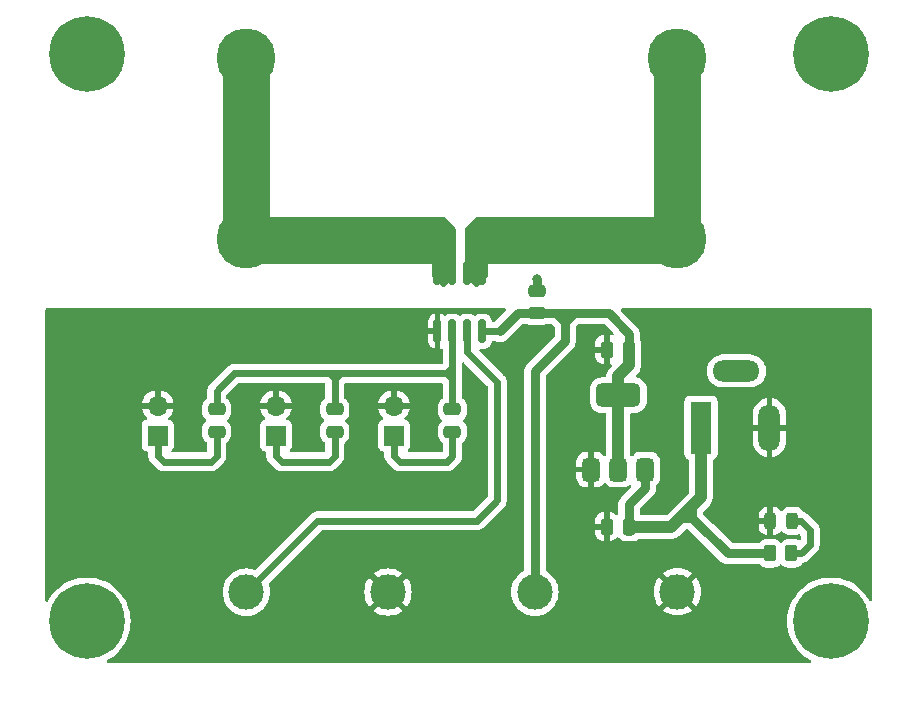
<source format=gbr>
%TF.GenerationSoftware,KiCad,Pcbnew,8.0.0*%
%TF.CreationDate,2024-03-04T13:39:21+01:00*%
%TF.ProjectId,ACS712-module,41435337-3132-42d6-9d6f-64756c652e6b,rev?*%
%TF.SameCoordinates,Original*%
%TF.FileFunction,Copper,L1,Top*%
%TF.FilePolarity,Positive*%
%FSLAX46Y46*%
G04 Gerber Fmt 4.6, Leading zero omitted, Abs format (unit mm)*
G04 Created by KiCad (PCBNEW 8.0.0) date 2024-03-04 13:39:21*
%MOMM*%
%LPD*%
G01*
G04 APERTURE LIST*
G04 Aperture macros list*
%AMRoundRect*
0 Rectangle with rounded corners*
0 $1 Rounding radius*
0 $2 $3 $4 $5 $6 $7 $8 $9 X,Y pos of 4 corners*
0 Add a 4 corners polygon primitive as box body*
4,1,4,$2,$3,$4,$5,$6,$7,$8,$9,$2,$3,0*
0 Add four circle primitives for the rounded corners*
1,1,$1+$1,$2,$3*
1,1,$1+$1,$4,$5*
1,1,$1+$1,$6,$7*
1,1,$1+$1,$8,$9*
0 Add four rect primitives between the rounded corners*
20,1,$1+$1,$2,$3,$4,$5,0*
20,1,$1+$1,$4,$5,$6,$7,0*
20,1,$1+$1,$6,$7,$8,$9,0*
20,1,$1+$1,$8,$9,$2,$3,0*%
G04 Aperture macros list end*
%TA.AperFunction,SMDPad,CuDef*%
%ADD10RoundRect,0.150000X-0.150000X0.825000X-0.150000X-0.825000X0.150000X-0.825000X0.150000X0.825000X0*%
%TD*%
%TA.AperFunction,SMDPad,CuDef*%
%ADD11RoundRect,0.250000X-0.262500X-0.450000X0.262500X-0.450000X0.262500X0.450000X-0.262500X0.450000X0*%
%TD*%
%TA.AperFunction,SMDPad,CuDef*%
%ADD12RoundRect,0.375000X0.375000X-0.625000X0.375000X0.625000X-0.375000X0.625000X-0.375000X-0.625000X0*%
%TD*%
%TA.AperFunction,SMDPad,CuDef*%
%ADD13RoundRect,0.500000X1.400000X-0.500000X1.400000X0.500000X-1.400000X0.500000X-1.400000X-0.500000X0*%
%TD*%
%TA.AperFunction,ComponentPad*%
%ADD14R,1.800000X4.400000*%
%TD*%
%TA.AperFunction,ComponentPad*%
%ADD15O,1.800000X4.000000*%
%TD*%
%TA.AperFunction,ComponentPad*%
%ADD16O,4.000000X1.800000*%
%TD*%
%TA.AperFunction,SMDPad,CuDef*%
%ADD17RoundRect,0.250000X0.250000X0.475000X-0.250000X0.475000X-0.250000X-0.475000X0.250000X-0.475000X0*%
%TD*%
%TA.AperFunction,ComponentPad*%
%ADD18C,3.000000*%
%TD*%
%TA.AperFunction,ComponentPad*%
%ADD19C,5.000000*%
%TD*%
%TA.AperFunction,SMDPad,CuDef*%
%ADD20RoundRect,0.250000X-0.475000X0.250000X-0.475000X-0.250000X0.475000X-0.250000X0.475000X0.250000X0*%
%TD*%
%TA.AperFunction,ComponentPad*%
%ADD21C,0.800000*%
%TD*%
%TA.AperFunction,ComponentPad*%
%ADD22C,6.400000*%
%TD*%
%TA.AperFunction,ComponentPad*%
%ADD23R,1.700000X1.700000*%
%TD*%
%TA.AperFunction,ComponentPad*%
%ADD24O,1.700000X1.700000*%
%TD*%
%TA.AperFunction,SMDPad,CuDef*%
%ADD25RoundRect,0.243750X-0.243750X-0.456250X0.243750X-0.456250X0.243750X0.456250X-0.243750X0.456250X0*%
%TD*%
%TA.AperFunction,SMDPad,CuDef*%
%ADD26RoundRect,0.250000X0.475000X-0.250000X0.475000X0.250000X-0.475000X0.250000X-0.475000X-0.250000X0*%
%TD*%
%TA.AperFunction,ViaPad*%
%ADD27C,0.800000*%
%TD*%
%TA.AperFunction,Conductor*%
%ADD28C,0.800000*%
%TD*%
%TA.AperFunction,Conductor*%
%ADD29C,0.600000*%
%TD*%
%TA.AperFunction,Conductor*%
%ADD30C,1.000000*%
%TD*%
%TA.AperFunction,Conductor*%
%ADD31C,4.000000*%
%TD*%
G04 APERTURE END LIST*
D10*
%TO.P,U1,1,IP+*%
%TO.N,Net-(J1-Pin_1)*%
X147000000Y-92000000D03*
%TO.P,U1,2,IP+*%
X145730000Y-92000000D03*
%TO.P,U1,3,IP-*%
%TO.N,Net-(J2-Pin_1)*%
X144460000Y-92000000D03*
%TO.P,U1,4,IP-*%
X143190000Y-92000000D03*
%TO.P,U1,5,GND*%
%TO.N,GND*%
X143190000Y-96950000D03*
%TO.P,U1,6,FILTER*%
%TO.N,Net-(U1-FILTER)*%
X144460000Y-96950000D03*
%TO.P,U1,7,VIOUT*%
%TO.N,/Vout*%
X145730000Y-96950000D03*
%TO.P,U1,8,VCC*%
%TO.N,+5V*%
X147000000Y-96950000D03*
%TD*%
D11*
%TO.P,R1,1*%
%TO.N,+12V*%
X171337500Y-115750000D03*
%TO.P,R1,2*%
%TO.N,Net-(D1-A)*%
X173162500Y-115750000D03*
%TD*%
D12*
%TO.P,U2,1,GND*%
%TO.N,GND*%
X156200000Y-108650000D03*
%TO.P,U2,2,VO*%
%TO.N,+5V*%
X158500000Y-108650000D03*
D13*
X158500000Y-102350000D03*
D12*
%TO.P,U2,3,VI*%
%TO.N,+12V*%
X160800000Y-108650000D03*
%TD*%
D14*
%TO.P,J5,1*%
%TO.N,+12V*%
X165500000Y-105100000D03*
D15*
%TO.P,J5,2*%
%TO.N,GND*%
X171300000Y-105100000D03*
D16*
%TO.P,J5,3*%
%TO.N,N/C*%
X168500000Y-100300000D03*
%TD*%
D17*
%TO.P,C6,1*%
%TO.N,+5V*%
X159412500Y-98500000D03*
%TO.P,C6,2*%
%TO.N,GND*%
X157512500Y-98500000D03*
%TD*%
%TO.P,C5,1*%
%TO.N,+12V*%
X159412500Y-113500000D03*
%TO.P,C5,2*%
%TO.N,GND*%
X157512500Y-113500000D03*
%TD*%
D18*
%TO.P,TP4,1,1*%
%TO.N,+5V*%
X151440000Y-119025000D03*
%TD*%
D19*
%TO.P,J1,1,Pin_1*%
%TO.N,Net-(J1-Pin_1)*%
X163500000Y-73850000D03*
X163500000Y-89150000D03*
%TD*%
D20*
%TO.P,C2,1*%
%TO.N,Net-(U1-FILTER)*%
X134500000Y-103550000D03*
%TO.P,C2,2*%
%TO.N,Net-(JP2-A)*%
X134500000Y-105450000D03*
%TD*%
D18*
%TO.P,TP2,1,1*%
%TO.N,GND*%
X163500000Y-119000000D03*
%TD*%
D21*
%TO.P,H2,1,1*%
%TO.N,unconnected-(H2-Pad1)_6*%
X111100000Y-121500000D03*
%TO.N,unconnected-(H2-Pad1)_3*%
X111802944Y-119802944D03*
%TO.N,unconnected-(H2-Pad1)_1*%
X111802944Y-123197056D03*
%TO.N,unconnected-(H2-Pad1)_4*%
X113500000Y-119100000D03*
D22*
%TO.N,unconnected-(H2-Pad1)_2*%
X113500000Y-121500000D03*
D21*
%TO.N,unconnected-(H2-Pad1)_7*%
X113500000Y-123900000D03*
%TO.N,unconnected-(H2-Pad1)_5*%
X115197056Y-119802944D03*
%TO.N,unconnected-(H2-Pad1)_0*%
X115197056Y-123197056D03*
%TO.N,unconnected-(H2-Pad1)*%
X115900000Y-121500000D03*
%TD*%
D18*
%TO.P,TP3,1,1*%
%TO.N,/Vout*%
X127000000Y-119025000D03*
%TD*%
D20*
%TO.P,C3,1*%
%TO.N,Net-(U1-FILTER)*%
X144460000Y-103550000D03*
%TO.P,C3,2*%
%TO.N,Net-(JP3-A)*%
X144460000Y-105450000D03*
%TD*%
D23*
%TO.P,JP1,1,A*%
%TO.N,Net-(JP1-A)*%
X119500000Y-105775000D03*
D24*
%TO.P,JP1,2,B*%
%TO.N,GND*%
X119500000Y-103235000D03*
%TD*%
D20*
%TO.P,C1,1*%
%TO.N,Net-(U1-FILTER)*%
X124500000Y-103550000D03*
%TO.P,C1,2*%
%TO.N,Net-(JP1-A)*%
X124500000Y-105450000D03*
%TD*%
D21*
%TO.P,H4,1,1*%
%TO.N,unconnected-(H4-Pad1)_3*%
X174100000Y-73500000D03*
%TO.N,unconnected-(H4-Pad1)_2*%
X174802944Y-71802944D03*
%TO.N,unconnected-(H4-Pad1)*%
X174802944Y-75197056D03*
%TO.N,unconnected-(H4-Pad1)_4*%
X176500000Y-71100000D03*
D22*
%TO.N,unconnected-(H4-Pad1)_0*%
X176500000Y-73500000D03*
D21*
%TO.N,unconnected-(H4-Pad1)_7*%
X176500000Y-75900000D03*
%TO.N,unconnected-(H4-Pad1)_5*%
X178197056Y-71802944D03*
%TO.N,unconnected-(H4-Pad1)_6*%
X178197056Y-75197056D03*
%TO.N,unconnected-(H4-Pad1)_1*%
X178900000Y-73500000D03*
%TD*%
D23*
%TO.P,JP2,1,A*%
%TO.N,Net-(JP2-A)*%
X129500000Y-105775000D03*
D24*
%TO.P,JP2,2,B*%
%TO.N,GND*%
X129500000Y-103235000D03*
%TD*%
D18*
%TO.P,TP1,1,1*%
%TO.N,GND*%
X139000000Y-119025000D03*
%TD*%
D25*
%TO.P,D1,1,K*%
%TO.N,GND*%
X171372500Y-113000000D03*
%TO.P,D1,2,A*%
%TO.N,Net-(D1-A)*%
X173247500Y-113000000D03*
%TD*%
D21*
%TO.P,H3,1,1*%
%TO.N,unconnected-(H3-Pad1)_3*%
X174100000Y-121500000D03*
%TO.N,unconnected-(H3-Pad1)_7*%
X174802944Y-119802944D03*
%TO.N,unconnected-(H3-Pad1)*%
X174802944Y-123197056D03*
%TO.N,unconnected-(H3-Pad1)_0*%
X176500000Y-119100000D03*
D22*
%TO.N,unconnected-(H3-Pad1)_4*%
X176500000Y-121500000D03*
D21*
%TO.N,unconnected-(H3-Pad1)_1*%
X176500000Y-123900000D03*
%TO.N,unconnected-(H3-Pad1)_2*%
X178197056Y-119802944D03*
%TO.N,unconnected-(H3-Pad1)_5*%
X178197056Y-123197056D03*
%TO.N,unconnected-(H3-Pad1)_6*%
X178900000Y-121500000D03*
%TD*%
D23*
%TO.P,JP3,1,A*%
%TO.N,Net-(JP3-A)*%
X139500000Y-105775000D03*
D24*
%TO.P,JP3,2,B*%
%TO.N,GND*%
X139500000Y-103235000D03*
%TD*%
D19*
%TO.P,J2,1,Pin_1*%
%TO.N,Net-(J2-Pin_1)*%
X127000000Y-73850000D03*
X127000000Y-89150000D03*
%TD*%
D21*
%TO.P,H1,1,1*%
%TO.N,unconnected-(H1-Pad1)_7*%
X111100000Y-73500000D03*
%TO.N,unconnected-(H1-Pad1)_1*%
X111802944Y-71802944D03*
%TO.N,unconnected-(H1-Pad1)*%
X111802944Y-75197056D03*
%TO.N,unconnected-(H1-Pad1)_2*%
X113500000Y-71100000D03*
D22*
%TO.N,unconnected-(H1-Pad1)_5*%
X113500000Y-73500000D03*
D21*
%TO.N,unconnected-(H1-Pad1)_3*%
X113500000Y-75900000D03*
%TO.N,unconnected-(H1-Pad1)_4*%
X115197056Y-71802944D03*
%TO.N,unconnected-(H1-Pad1)_6*%
X115197056Y-75197056D03*
%TO.N,unconnected-(H1-Pad1)_0*%
X115900000Y-73500000D03*
%TD*%
D26*
%TO.P,C4,1*%
%TO.N,+5V*%
X151595000Y-95425000D03*
%TO.P,C4,2*%
%TO.N,GND*%
X151595000Y-93525000D03*
%TD*%
D27*
%TO.N,GND*%
X141600000Y-98800000D03*
X143200000Y-98800000D03*
X151600000Y-92500000D03*
X141600000Y-97600000D03*
X141600000Y-96400000D03*
%TD*%
D28*
%TO.N,+12V*%
X159412500Y-111587500D02*
X159412500Y-113500000D01*
X160800000Y-110200000D02*
X159412500Y-111587500D01*
X160800000Y-108650000D02*
X160800000Y-110200000D01*
D29*
%TO.N,Net-(D1-A)*%
X174750000Y-115000000D02*
X174000000Y-115750000D01*
X174750000Y-113750000D02*
X174750000Y-115000000D01*
X174000000Y-113000000D02*
X174750000Y-113750000D01*
X173247500Y-113000000D02*
X174000000Y-113000000D01*
X174000000Y-115750000D02*
X173162500Y-115750000D01*
D28*
%TO.N,+12V*%
X164750000Y-112750000D02*
X164750000Y-111750000D01*
D30*
X164750000Y-111750000D02*
X165500000Y-111000000D01*
X164250000Y-112250000D02*
X164750000Y-111750000D01*
D28*
X164750000Y-112750000D02*
X163750000Y-112750000D01*
D30*
X163000000Y-113500000D02*
X163750000Y-112750000D01*
D28*
X165000000Y-113000000D02*
X164250000Y-112250000D01*
X165000000Y-113000000D02*
X164750000Y-112750000D01*
X167750000Y-115750000D02*
X165000000Y-113000000D01*
D30*
X163750000Y-112750000D02*
X164250000Y-112250000D01*
D28*
X171337500Y-115750000D02*
X167750000Y-115750000D01*
%TO.N,+5V*%
X153250000Y-95425000D02*
X151595000Y-95425000D01*
X154000000Y-96175000D02*
X153250000Y-95425000D01*
X154000000Y-95425000D02*
X153250000Y-95425000D01*
X154000000Y-96175000D02*
X154750000Y-95425000D01*
X154750000Y-95425000D02*
X154000000Y-95425000D01*
X154000000Y-96250000D02*
X154000000Y-96175000D01*
X157675000Y-95425000D02*
X154750000Y-95425000D01*
X154000000Y-96250000D02*
X154000000Y-95425000D01*
X154000000Y-97750000D02*
X154000000Y-96250000D01*
X151440000Y-100310000D02*
X154000000Y-97750000D01*
X151440000Y-119025000D02*
X151440000Y-100310000D01*
X159412500Y-97162500D02*
X157675000Y-95425000D01*
X159412500Y-98500000D02*
X159412500Y-97162500D01*
D30*
X158500000Y-100750000D02*
X158500000Y-102350000D01*
X159412500Y-99837500D02*
X158500000Y-100750000D01*
X159412500Y-98500000D02*
X159412500Y-99837500D01*
X158500000Y-108650000D02*
X158500000Y-102350000D01*
%TO.N,+12V*%
X165500000Y-111000000D02*
X165500000Y-105100000D01*
X159412500Y-113500000D02*
X163000000Y-113500000D01*
D29*
%TO.N,/Vout*%
X133025000Y-113000000D02*
X127000000Y-119025000D01*
X148250000Y-101250000D02*
X148250000Y-111250000D01*
X146500000Y-113000000D02*
X133025000Y-113000000D01*
X145730000Y-96950000D02*
X145730000Y-98730000D01*
X145730000Y-98730000D02*
X148250000Y-101250000D01*
X148250000Y-111250000D02*
X146500000Y-113000000D01*
D28*
%TO.N,+5V*%
X150025000Y-95425000D02*
X148500000Y-96950000D01*
D29*
X147000000Y-96950000D02*
X148500000Y-96950000D01*
D28*
X151595000Y-95425000D02*
X150025000Y-95425000D01*
%TO.N,GND*%
X151600000Y-92500000D02*
X151600000Y-93520000D01*
X151600000Y-93520000D02*
X151595000Y-93525000D01*
D29*
%TO.N,Net-(U1-FILTER)*%
X144460000Y-103510000D02*
X144500000Y-103550000D01*
X144000000Y-100500000D02*
X135000000Y-100500000D01*
X134000000Y-100500000D02*
X126000000Y-100500000D01*
X144000000Y-100460000D02*
X144460000Y-100000000D01*
X134500000Y-100500000D02*
X134000000Y-100500000D01*
X144000000Y-100500000D02*
X144000000Y-100540000D01*
X134500000Y-101000000D02*
X134000000Y-100500000D01*
X144460000Y-99500000D02*
X144460000Y-100000000D01*
X134500000Y-101000000D02*
X135000000Y-100500000D01*
X134500000Y-101000000D02*
X134500000Y-100500000D01*
X135000000Y-100500000D02*
X134500000Y-100500000D01*
X144000000Y-100540000D02*
X144460000Y-101000000D01*
X144000000Y-100500000D02*
X144000000Y-100460000D01*
X144460000Y-100500000D02*
X144460000Y-101000000D01*
X144460000Y-100000000D02*
X144460000Y-100500000D01*
X144460000Y-103550000D02*
X144460000Y-101000000D01*
X134500000Y-101000000D02*
X134500000Y-103550000D01*
X124500000Y-102000000D02*
X124500000Y-103550000D01*
X144460000Y-100500000D02*
X144000000Y-100500000D01*
X144460000Y-96950000D02*
X144460000Y-99500000D01*
X126000000Y-100500000D02*
X124500000Y-102000000D01*
%TO.N,Net-(JP1-A)*%
X124500000Y-105450000D02*
X124500000Y-107500000D01*
X124000000Y-108000000D02*
X124500000Y-107500000D01*
X119500000Y-105775000D02*
X119500000Y-107500000D01*
X120000000Y-108000000D02*
X124000000Y-108000000D01*
X119500000Y-107500000D02*
X120000000Y-108000000D01*
%TO.N,Net-(JP2-A)*%
X130000000Y-108000000D02*
X134000000Y-108000000D01*
X134500000Y-107500000D02*
X134500000Y-105450000D01*
X134000000Y-108000000D02*
X134500000Y-107500000D01*
X129500000Y-105775000D02*
X129500000Y-107500000D01*
X129500000Y-107500000D02*
X130000000Y-108000000D01*
%TO.N,Net-(JP3-A)*%
X144460000Y-107540000D02*
X144460000Y-105450000D01*
X139500000Y-105775000D02*
X139500000Y-107500000D01*
X139500000Y-107500000D02*
X140000000Y-108000000D01*
X144000000Y-108000000D02*
X144460000Y-107540000D01*
X140000000Y-108000000D02*
X144000000Y-108000000D01*
D31*
%TO.N,Net-(J1-Pin_1)*%
X163500000Y-73850000D02*
X163500000Y-89150000D01*
%TO.N,Net-(J2-Pin_1)*%
X127000000Y-73850000D02*
X127000000Y-89150000D01*
%TD*%
%TA.AperFunction,Conductor*%
%TO.N,Net-(J1-Pin_1)*%
G36*
X164015677Y-87269685D02*
G01*
X164036319Y-87286319D01*
X164963681Y-88213681D01*
X164997166Y-88275004D01*
X165000000Y-88301362D01*
X165000000Y-90198638D01*
X164980315Y-90265677D01*
X164963681Y-90286319D01*
X164036319Y-91213681D01*
X163974996Y-91247166D01*
X163948638Y-91250000D01*
X147500000Y-91250000D01*
X147500000Y-92250000D01*
X146587681Y-93162319D01*
X146526358Y-93195804D01*
X146456666Y-93190820D01*
X146412319Y-93162319D01*
X145536319Y-92286319D01*
X145502834Y-92224996D01*
X145500000Y-92198638D01*
X145500000Y-88301362D01*
X145519685Y-88234323D01*
X145536319Y-88213681D01*
X146463681Y-87286319D01*
X146525004Y-87252834D01*
X146551362Y-87250000D01*
X163948638Y-87250000D01*
X164015677Y-87269685D01*
G37*
%TD.AperFunction*%
%TD*%
%TA.AperFunction,Conductor*%
%TO.N,Net-(J2-Pin_1)*%
G36*
X143765677Y-87269685D02*
G01*
X143786319Y-87286319D01*
X144713681Y-88213681D01*
X144747166Y-88275004D01*
X144750000Y-88301362D01*
X144750000Y-92198638D01*
X144730315Y-92265677D01*
X144713681Y-92286319D01*
X143837681Y-93162319D01*
X143776358Y-93195804D01*
X143706666Y-93190820D01*
X143662319Y-93162319D01*
X142750000Y-92250000D01*
X142750000Y-91250000D01*
X141750000Y-91250000D01*
X126799111Y-91250000D01*
X126732072Y-91230315D01*
X126714208Y-91216375D01*
X125723414Y-90285572D01*
X125688032Y-90225323D01*
X125684558Y-90202937D01*
X125565724Y-88301592D01*
X125581189Y-88233456D01*
X125599105Y-88208958D01*
X126463270Y-87289096D01*
X126523519Y-87253715D01*
X126553645Y-87250000D01*
X143698638Y-87250000D01*
X143765677Y-87269685D01*
G37*
%TD.AperFunction*%
%TD*%
%TA.AperFunction,Conductor*%
%TO.N,GND*%
G36*
X148944178Y-95019685D02*
G01*
X148989933Y-95072489D01*
X148999877Y-95141647D01*
X148970852Y-95205203D01*
X148964824Y-95211676D01*
X148486446Y-95690054D01*
X148063319Y-96113181D01*
X148001996Y-96146666D01*
X147975638Y-96149500D01*
X147922223Y-96149500D01*
X147855184Y-96129815D01*
X147809429Y-96077011D01*
X147798605Y-96035227D01*
X147797598Y-96022432D01*
X147797597Y-96022426D01*
X147751745Y-95864606D01*
X147751744Y-95864603D01*
X147751744Y-95864602D01*
X147668081Y-95723135D01*
X147668079Y-95723133D01*
X147668076Y-95723129D01*
X147551870Y-95606923D01*
X147551862Y-95606917D01*
X147473681Y-95560681D01*
X147410398Y-95523256D01*
X147410397Y-95523255D01*
X147410396Y-95523255D01*
X147410393Y-95523254D01*
X147252573Y-95477402D01*
X147252567Y-95477401D01*
X147215701Y-95474500D01*
X147215694Y-95474500D01*
X146784306Y-95474500D01*
X146784298Y-95474500D01*
X146747432Y-95477401D01*
X146747426Y-95477402D01*
X146589606Y-95523254D01*
X146589603Y-95523255D01*
X146448137Y-95606917D01*
X146441969Y-95611702D01*
X146440072Y-95609256D01*
X146391358Y-95635857D01*
X146321666Y-95630873D01*
X146289296Y-95610069D01*
X146288031Y-95611702D01*
X146281862Y-95606917D01*
X146203681Y-95560681D01*
X146140398Y-95523256D01*
X146140397Y-95523255D01*
X146140396Y-95523255D01*
X146140393Y-95523254D01*
X145982573Y-95477402D01*
X145982567Y-95477401D01*
X145945701Y-95474500D01*
X145945694Y-95474500D01*
X145514306Y-95474500D01*
X145514298Y-95474500D01*
X145477432Y-95477401D01*
X145477426Y-95477402D01*
X145319606Y-95523254D01*
X145319603Y-95523255D01*
X145178137Y-95606917D01*
X145171969Y-95611702D01*
X145170072Y-95609256D01*
X145121358Y-95635857D01*
X145051666Y-95630873D01*
X145019296Y-95610069D01*
X145018031Y-95611702D01*
X145011862Y-95606917D01*
X144933681Y-95560681D01*
X144870398Y-95523256D01*
X144870397Y-95523255D01*
X144870396Y-95523255D01*
X144870393Y-95523254D01*
X144712573Y-95477402D01*
X144712567Y-95477401D01*
X144675701Y-95474500D01*
X144675694Y-95474500D01*
X144244306Y-95474500D01*
X144244298Y-95474500D01*
X144207432Y-95477401D01*
X144207426Y-95477402D01*
X144049606Y-95523254D01*
X144049603Y-95523255D01*
X143908140Y-95606915D01*
X143901974Y-95611699D01*
X143900174Y-95609379D01*
X143850913Y-95636230D01*
X143781225Y-95631193D01*
X143748992Y-95610461D01*
X143747722Y-95612100D01*
X143741552Y-95607314D01*
X143600196Y-95523717D01*
X143600193Y-95523716D01*
X143442494Y-95477900D01*
X143442497Y-95477900D01*
X143440000Y-95477703D01*
X143440000Y-98422295D01*
X143440001Y-98422295D01*
X143442488Y-98422100D01*
X143442494Y-98422099D01*
X143500905Y-98405129D01*
X143570774Y-98405328D01*
X143629444Y-98443270D01*
X143658288Y-98506908D01*
X143659500Y-98524205D01*
X143659500Y-99575500D01*
X143639815Y-99642539D01*
X143587011Y-99688294D01*
X143535500Y-99699500D01*
X125921154Y-99699500D01*
X125766509Y-99730261D01*
X125766497Y-99730264D01*
X125723832Y-99747936D01*
X125723833Y-99747937D01*
X125620823Y-99790604D01*
X125620815Y-99790609D01*
X125527512Y-99852953D01*
X125496832Y-99873453D01*
X125493281Y-99875825D01*
X125489709Y-99878212D01*
X125489707Y-99878214D01*
X124721242Y-100646680D01*
X123989711Y-101378211D01*
X123943422Y-101424500D01*
X123878209Y-101489712D01*
X123790609Y-101620814D01*
X123790602Y-101620827D01*
X123730264Y-101766498D01*
X123730261Y-101766510D01*
X123699500Y-101921153D01*
X123699500Y-102549781D01*
X123679815Y-102616820D01*
X123640597Y-102655319D01*
X123556347Y-102707285D01*
X123556343Y-102707288D01*
X123432289Y-102831342D01*
X123340187Y-102980663D01*
X123340185Y-102980668D01*
X123312349Y-103064670D01*
X123285001Y-103147203D01*
X123285001Y-103147204D01*
X123285000Y-103147204D01*
X123274500Y-103249983D01*
X123274500Y-103850001D01*
X123274501Y-103850019D01*
X123285000Y-103952796D01*
X123285001Y-103952799D01*
X123292192Y-103974499D01*
X123340186Y-104119334D01*
X123407293Y-104228133D01*
X123432289Y-104268657D01*
X123556346Y-104392714D01*
X123559182Y-104394463D01*
X123560717Y-104396170D01*
X123562011Y-104397193D01*
X123561836Y-104397414D01*
X123605905Y-104446411D01*
X123617126Y-104515374D01*
X123589282Y-104579456D01*
X123559182Y-104605537D01*
X123556346Y-104607285D01*
X123432289Y-104731342D01*
X123340187Y-104880663D01*
X123340186Y-104880666D01*
X123285001Y-105047203D01*
X123285001Y-105047204D01*
X123285000Y-105047204D01*
X123274500Y-105149983D01*
X123274500Y-105750001D01*
X123274501Y-105750019D01*
X123285000Y-105852796D01*
X123285001Y-105852799D01*
X123340185Y-106019331D01*
X123340187Y-106019336D01*
X123432289Y-106168657D01*
X123556345Y-106292713D01*
X123556348Y-106292715D01*
X123640595Y-106344678D01*
X123687321Y-106396625D01*
X123699500Y-106450217D01*
X123699500Y-107075500D01*
X123679815Y-107142539D01*
X123627011Y-107188294D01*
X123575500Y-107199500D01*
X120789954Y-107199500D01*
X120722915Y-107179815D01*
X120677160Y-107127011D01*
X120667216Y-107057853D01*
X120696241Y-106994297D01*
X120702273Y-106987819D01*
X120707542Y-106982548D01*
X120707546Y-106982546D01*
X120793796Y-106867331D01*
X120844091Y-106732483D01*
X120850500Y-106672873D01*
X120850499Y-104877128D01*
X120844091Y-104817517D01*
X120793796Y-104682669D01*
X120793795Y-104682668D01*
X120793793Y-104682664D01*
X120707547Y-104567455D01*
X120707544Y-104567452D01*
X120592335Y-104481206D01*
X120592328Y-104481202D01*
X120460401Y-104431997D01*
X120404467Y-104390126D01*
X120380050Y-104324662D01*
X120394902Y-104256389D01*
X120416053Y-104228133D01*
X120538108Y-104106078D01*
X120673600Y-103912578D01*
X120773429Y-103698492D01*
X120773432Y-103698486D01*
X120830636Y-103485000D01*
X119933012Y-103485000D01*
X119965925Y-103427993D01*
X120000000Y-103300826D01*
X120000000Y-103169174D01*
X119965925Y-103042007D01*
X119933012Y-102985000D01*
X120830636Y-102985000D01*
X120830635Y-102984999D01*
X120773432Y-102771513D01*
X120773429Y-102771507D01*
X120673600Y-102557422D01*
X120673599Y-102557420D01*
X120538113Y-102363926D01*
X120538108Y-102363920D01*
X120371082Y-102196894D01*
X120177578Y-102061399D01*
X119963492Y-101961570D01*
X119963486Y-101961567D01*
X119750000Y-101904364D01*
X119750000Y-102801988D01*
X119692993Y-102769075D01*
X119565826Y-102735000D01*
X119434174Y-102735000D01*
X119307007Y-102769075D01*
X119250000Y-102801988D01*
X119250000Y-101904364D01*
X119249999Y-101904364D01*
X119036513Y-101961567D01*
X119036507Y-101961570D01*
X118822422Y-102061399D01*
X118822420Y-102061400D01*
X118628926Y-102196886D01*
X118628920Y-102196891D01*
X118461891Y-102363920D01*
X118461886Y-102363926D01*
X118326400Y-102557420D01*
X118326399Y-102557422D01*
X118226570Y-102771507D01*
X118226567Y-102771513D01*
X118169364Y-102984999D01*
X118169364Y-102985000D01*
X119066988Y-102985000D01*
X119034075Y-103042007D01*
X119000000Y-103169174D01*
X119000000Y-103300826D01*
X119034075Y-103427993D01*
X119066988Y-103485000D01*
X118169364Y-103485000D01*
X118226567Y-103698486D01*
X118226570Y-103698492D01*
X118326399Y-103912578D01*
X118461894Y-104106082D01*
X118583946Y-104228134D01*
X118617431Y-104289457D01*
X118612447Y-104359149D01*
X118570575Y-104415082D01*
X118539598Y-104431997D01*
X118407671Y-104481202D01*
X118407664Y-104481206D01*
X118292455Y-104567452D01*
X118292452Y-104567455D01*
X118206206Y-104682664D01*
X118206202Y-104682671D01*
X118155908Y-104817517D01*
X118149501Y-104877116D01*
X118149501Y-104877123D01*
X118149500Y-104877135D01*
X118149500Y-106672870D01*
X118149501Y-106672876D01*
X118155908Y-106732483D01*
X118206202Y-106867328D01*
X118206206Y-106867335D01*
X118292452Y-106982544D01*
X118292455Y-106982547D01*
X118407664Y-107068793D01*
X118407671Y-107068797D01*
X118542516Y-107119091D01*
X118588757Y-107124063D01*
X118653307Y-107150801D01*
X118693155Y-107208194D01*
X118699500Y-107247352D01*
X118699500Y-107578846D01*
X118730261Y-107733489D01*
X118730264Y-107733501D01*
X118790602Y-107879172D01*
X118790609Y-107879185D01*
X118878210Y-108010288D01*
X118878213Y-108010292D01*
X119489707Y-108621786D01*
X119489711Y-108621789D01*
X119620814Y-108709390D01*
X119620818Y-108709392D01*
X119620821Y-108709394D01*
X119766503Y-108769738D01*
X119921153Y-108800499D01*
X119921157Y-108800500D01*
X119921158Y-108800500D01*
X124078844Y-108800500D01*
X124078845Y-108800499D01*
X124233497Y-108769737D01*
X124379179Y-108709394D01*
X124510289Y-108621789D01*
X125121789Y-108010289D01*
X125209394Y-107879179D01*
X125269738Y-107733497D01*
X125300500Y-107578842D01*
X125300500Y-107421157D01*
X125300500Y-106450217D01*
X125320185Y-106383178D01*
X125359405Y-106344678D01*
X125443651Y-106292715D01*
X125443654Y-106292713D01*
X125443653Y-106292713D01*
X125443656Y-106292712D01*
X125567712Y-106168656D01*
X125659814Y-106019334D01*
X125714999Y-105852797D01*
X125725500Y-105750009D01*
X125725499Y-105149992D01*
X125714999Y-105047203D01*
X125659814Y-104880666D01*
X125567712Y-104731344D01*
X125443656Y-104607288D01*
X125440819Y-104605538D01*
X125439283Y-104603830D01*
X125437989Y-104602807D01*
X125438163Y-104602585D01*
X125394096Y-104553594D01*
X125382872Y-104484632D01*
X125410713Y-104420549D01*
X125440817Y-104394462D01*
X125443656Y-104392712D01*
X125567712Y-104268656D01*
X125659814Y-104119334D01*
X125714999Y-103952797D01*
X125725500Y-103850009D01*
X125725499Y-103249992D01*
X125722746Y-103223045D01*
X125714999Y-103147203D01*
X125714998Y-103147200D01*
X125661250Y-102985000D01*
X125659814Y-102980666D01*
X125567712Y-102831344D01*
X125443656Y-102707288D01*
X125443652Y-102707285D01*
X125359403Y-102655319D01*
X125312678Y-102603371D01*
X125300500Y-102549781D01*
X125300500Y-102382940D01*
X125320185Y-102315901D01*
X125336819Y-102295259D01*
X126295259Y-101336819D01*
X126356582Y-101303334D01*
X126382940Y-101300500D01*
X133575500Y-101300500D01*
X133642539Y-101320185D01*
X133688294Y-101372989D01*
X133699500Y-101424500D01*
X133699500Y-102549781D01*
X133679815Y-102616820D01*
X133640597Y-102655319D01*
X133556347Y-102707285D01*
X133556343Y-102707288D01*
X133432289Y-102831342D01*
X133340187Y-102980663D01*
X133340185Y-102980668D01*
X133312349Y-103064670D01*
X133285001Y-103147203D01*
X133285001Y-103147204D01*
X133285000Y-103147204D01*
X133274500Y-103249983D01*
X133274500Y-103850001D01*
X133274501Y-103850019D01*
X133285000Y-103952796D01*
X133285001Y-103952799D01*
X133292192Y-103974499D01*
X133340186Y-104119334D01*
X133407293Y-104228133D01*
X133432289Y-104268657D01*
X133556346Y-104392714D01*
X133559182Y-104394463D01*
X133560717Y-104396170D01*
X133562011Y-104397193D01*
X133561836Y-104397414D01*
X133605905Y-104446411D01*
X133617126Y-104515374D01*
X133589282Y-104579456D01*
X133559182Y-104605537D01*
X133556346Y-104607285D01*
X133432289Y-104731342D01*
X133340187Y-104880663D01*
X133340186Y-104880666D01*
X133285001Y-105047203D01*
X133285001Y-105047204D01*
X133285000Y-105047204D01*
X133274500Y-105149983D01*
X133274500Y-105750001D01*
X133274501Y-105750019D01*
X133285000Y-105852796D01*
X133285001Y-105852799D01*
X133340185Y-106019331D01*
X133340187Y-106019336D01*
X133432289Y-106168657D01*
X133556345Y-106292713D01*
X133556348Y-106292715D01*
X133640595Y-106344678D01*
X133687321Y-106396625D01*
X133699500Y-106450217D01*
X133699500Y-107075500D01*
X133679815Y-107142539D01*
X133627011Y-107188294D01*
X133575500Y-107199500D01*
X130789954Y-107199500D01*
X130722915Y-107179815D01*
X130677160Y-107127011D01*
X130667216Y-107057853D01*
X130696241Y-106994297D01*
X130702273Y-106987819D01*
X130707542Y-106982548D01*
X130707546Y-106982546D01*
X130793796Y-106867331D01*
X130844091Y-106732483D01*
X130850500Y-106672873D01*
X130850499Y-104877128D01*
X130844091Y-104817517D01*
X130793796Y-104682669D01*
X130793795Y-104682668D01*
X130793793Y-104682664D01*
X130707547Y-104567455D01*
X130707544Y-104567452D01*
X130592335Y-104481206D01*
X130592328Y-104481202D01*
X130460401Y-104431997D01*
X130404467Y-104390126D01*
X130380050Y-104324662D01*
X130394902Y-104256389D01*
X130416053Y-104228133D01*
X130538108Y-104106078D01*
X130673600Y-103912578D01*
X130773429Y-103698492D01*
X130773432Y-103698486D01*
X130830636Y-103485000D01*
X129933012Y-103485000D01*
X129965925Y-103427993D01*
X130000000Y-103300826D01*
X130000000Y-103169174D01*
X129965925Y-103042007D01*
X129933012Y-102985000D01*
X130830636Y-102985000D01*
X130830635Y-102984999D01*
X130773432Y-102771513D01*
X130773429Y-102771507D01*
X130673600Y-102557422D01*
X130673599Y-102557420D01*
X130538113Y-102363926D01*
X130538108Y-102363920D01*
X130371082Y-102196894D01*
X130177578Y-102061399D01*
X129963492Y-101961570D01*
X129963486Y-101961567D01*
X129750000Y-101904364D01*
X129750000Y-102801988D01*
X129692993Y-102769075D01*
X129565826Y-102735000D01*
X129434174Y-102735000D01*
X129307007Y-102769075D01*
X129250000Y-102801988D01*
X129250000Y-101904364D01*
X129249999Y-101904364D01*
X129036513Y-101961567D01*
X129036507Y-101961570D01*
X128822422Y-102061399D01*
X128822420Y-102061400D01*
X128628926Y-102196886D01*
X128628920Y-102196891D01*
X128461891Y-102363920D01*
X128461886Y-102363926D01*
X128326400Y-102557420D01*
X128326399Y-102557422D01*
X128226570Y-102771507D01*
X128226567Y-102771513D01*
X128169364Y-102984999D01*
X128169364Y-102985000D01*
X129066988Y-102985000D01*
X129034075Y-103042007D01*
X129000000Y-103169174D01*
X129000000Y-103300826D01*
X129034075Y-103427993D01*
X129066988Y-103485000D01*
X128169364Y-103485000D01*
X128226567Y-103698486D01*
X128226570Y-103698492D01*
X128326399Y-103912578D01*
X128461894Y-104106082D01*
X128583946Y-104228134D01*
X128617431Y-104289457D01*
X128612447Y-104359149D01*
X128570575Y-104415082D01*
X128539598Y-104431997D01*
X128407671Y-104481202D01*
X128407664Y-104481206D01*
X128292455Y-104567452D01*
X128292452Y-104567455D01*
X128206206Y-104682664D01*
X128206202Y-104682671D01*
X128155908Y-104817517D01*
X128149501Y-104877116D01*
X128149501Y-104877123D01*
X128149500Y-104877135D01*
X128149500Y-106672870D01*
X128149501Y-106672876D01*
X128155908Y-106732483D01*
X128206202Y-106867328D01*
X128206206Y-106867335D01*
X128292452Y-106982544D01*
X128292455Y-106982547D01*
X128407664Y-107068793D01*
X128407671Y-107068797D01*
X128542516Y-107119091D01*
X128588757Y-107124063D01*
X128653307Y-107150801D01*
X128693155Y-107208194D01*
X128699500Y-107247352D01*
X128699500Y-107578846D01*
X128730261Y-107733489D01*
X128730264Y-107733501D01*
X128790602Y-107879172D01*
X128790609Y-107879185D01*
X128878210Y-108010288D01*
X128878213Y-108010292D01*
X129489707Y-108621786D01*
X129489711Y-108621789D01*
X129620814Y-108709390D01*
X129620818Y-108709392D01*
X129620821Y-108709394D01*
X129766503Y-108769738D01*
X129921153Y-108800499D01*
X129921157Y-108800500D01*
X129921158Y-108800500D01*
X134078844Y-108800500D01*
X134078845Y-108800499D01*
X134233497Y-108769737D01*
X134379179Y-108709394D01*
X134510289Y-108621789D01*
X135121789Y-108010289D01*
X135209394Y-107879179D01*
X135269738Y-107733497D01*
X135300500Y-107578842D01*
X135300500Y-107421157D01*
X135300500Y-106450217D01*
X135320185Y-106383178D01*
X135359405Y-106344678D01*
X135443651Y-106292715D01*
X135443654Y-106292713D01*
X135443653Y-106292713D01*
X135443656Y-106292712D01*
X135567712Y-106168656D01*
X135659814Y-106019334D01*
X135714999Y-105852797D01*
X135725500Y-105750009D01*
X135725499Y-105149992D01*
X135714999Y-105047203D01*
X135659814Y-104880666D01*
X135567712Y-104731344D01*
X135443656Y-104607288D01*
X135440819Y-104605538D01*
X135439283Y-104603830D01*
X135437989Y-104602807D01*
X135438163Y-104602585D01*
X135394096Y-104553594D01*
X135382872Y-104484632D01*
X135410713Y-104420549D01*
X135440817Y-104394462D01*
X135443656Y-104392712D01*
X135567712Y-104268656D01*
X135659814Y-104119334D01*
X135714999Y-103952797D01*
X135725500Y-103850009D01*
X135725499Y-103249992D01*
X135722746Y-103223045D01*
X135714999Y-103147203D01*
X135714998Y-103147200D01*
X135661250Y-102985000D01*
X135659814Y-102980666D01*
X135567712Y-102831344D01*
X135443656Y-102707288D01*
X135443652Y-102707285D01*
X135359403Y-102655319D01*
X135312678Y-102603371D01*
X135300500Y-102549781D01*
X135300500Y-101424500D01*
X135320185Y-101357461D01*
X135372989Y-101311706D01*
X135424500Y-101300500D01*
X143535500Y-101300500D01*
X143602539Y-101320185D01*
X143648294Y-101372989D01*
X143659500Y-101424500D01*
X143659500Y-102549781D01*
X143639815Y-102616820D01*
X143600597Y-102655319D01*
X143516347Y-102707285D01*
X143516343Y-102707288D01*
X143392289Y-102831342D01*
X143300187Y-102980663D01*
X143300185Y-102980668D01*
X143272349Y-103064670D01*
X143245001Y-103147203D01*
X143245001Y-103147204D01*
X143245000Y-103147204D01*
X143234500Y-103249983D01*
X143234500Y-103850001D01*
X143234501Y-103850019D01*
X143245000Y-103952796D01*
X143245001Y-103952799D01*
X143252192Y-103974499D01*
X143300186Y-104119334D01*
X143367293Y-104228133D01*
X143392289Y-104268657D01*
X143516346Y-104392714D01*
X143519182Y-104394463D01*
X143520717Y-104396170D01*
X143522011Y-104397193D01*
X143521836Y-104397414D01*
X143565905Y-104446411D01*
X143577126Y-104515374D01*
X143549282Y-104579456D01*
X143519182Y-104605537D01*
X143516346Y-104607285D01*
X143392289Y-104731342D01*
X143300187Y-104880663D01*
X143300186Y-104880666D01*
X143245001Y-105047203D01*
X143245001Y-105047204D01*
X143245000Y-105047204D01*
X143234500Y-105149983D01*
X143234500Y-105750001D01*
X143234501Y-105750019D01*
X143245000Y-105852796D01*
X143245001Y-105852799D01*
X143300185Y-106019331D01*
X143300187Y-106019336D01*
X143392289Y-106168657D01*
X143516345Y-106292713D01*
X143516348Y-106292715D01*
X143600595Y-106344678D01*
X143647321Y-106396625D01*
X143659500Y-106450217D01*
X143659500Y-107075500D01*
X143639815Y-107142539D01*
X143587011Y-107188294D01*
X143535500Y-107199500D01*
X140789954Y-107199500D01*
X140722915Y-107179815D01*
X140677160Y-107127011D01*
X140667216Y-107057853D01*
X140696241Y-106994297D01*
X140702273Y-106987819D01*
X140707542Y-106982548D01*
X140707546Y-106982546D01*
X140793796Y-106867331D01*
X140844091Y-106732483D01*
X140850500Y-106672873D01*
X140850499Y-104877128D01*
X140844091Y-104817517D01*
X140793796Y-104682669D01*
X140793795Y-104682668D01*
X140793793Y-104682664D01*
X140707547Y-104567455D01*
X140707544Y-104567452D01*
X140592335Y-104481206D01*
X140592328Y-104481202D01*
X140460401Y-104431997D01*
X140404467Y-104390126D01*
X140380050Y-104324662D01*
X140394902Y-104256389D01*
X140416053Y-104228133D01*
X140538108Y-104106078D01*
X140673600Y-103912578D01*
X140773429Y-103698492D01*
X140773432Y-103698486D01*
X140830636Y-103485000D01*
X139933012Y-103485000D01*
X139965925Y-103427993D01*
X140000000Y-103300826D01*
X140000000Y-103169174D01*
X139965925Y-103042007D01*
X139933012Y-102985000D01*
X140830636Y-102985000D01*
X140830635Y-102984999D01*
X140773432Y-102771513D01*
X140773429Y-102771507D01*
X140673600Y-102557422D01*
X140673599Y-102557420D01*
X140538113Y-102363926D01*
X140538108Y-102363920D01*
X140371082Y-102196894D01*
X140177578Y-102061399D01*
X139963492Y-101961570D01*
X139963486Y-101961567D01*
X139750000Y-101904364D01*
X139750000Y-102801988D01*
X139692993Y-102769075D01*
X139565826Y-102735000D01*
X139434174Y-102735000D01*
X139307007Y-102769075D01*
X139250000Y-102801988D01*
X139250000Y-101904364D01*
X139249999Y-101904364D01*
X139036513Y-101961567D01*
X139036507Y-101961570D01*
X138822422Y-102061399D01*
X138822420Y-102061400D01*
X138628926Y-102196886D01*
X138628920Y-102196891D01*
X138461891Y-102363920D01*
X138461886Y-102363926D01*
X138326400Y-102557420D01*
X138326399Y-102557422D01*
X138226570Y-102771507D01*
X138226567Y-102771513D01*
X138169364Y-102984999D01*
X138169364Y-102985000D01*
X139066988Y-102985000D01*
X139034075Y-103042007D01*
X139000000Y-103169174D01*
X139000000Y-103300826D01*
X139034075Y-103427993D01*
X139066988Y-103485000D01*
X138169364Y-103485000D01*
X138226567Y-103698486D01*
X138226570Y-103698492D01*
X138326399Y-103912578D01*
X138461894Y-104106082D01*
X138583946Y-104228134D01*
X138617431Y-104289457D01*
X138612447Y-104359149D01*
X138570575Y-104415082D01*
X138539598Y-104431997D01*
X138407671Y-104481202D01*
X138407664Y-104481206D01*
X138292455Y-104567452D01*
X138292452Y-104567455D01*
X138206206Y-104682664D01*
X138206202Y-104682671D01*
X138155908Y-104817517D01*
X138149501Y-104877116D01*
X138149501Y-104877123D01*
X138149500Y-104877135D01*
X138149500Y-106672870D01*
X138149501Y-106672876D01*
X138155908Y-106732483D01*
X138206202Y-106867328D01*
X138206206Y-106867335D01*
X138292452Y-106982544D01*
X138292455Y-106982547D01*
X138407664Y-107068793D01*
X138407671Y-107068797D01*
X138542516Y-107119091D01*
X138588757Y-107124063D01*
X138653307Y-107150801D01*
X138693155Y-107208194D01*
X138699500Y-107247352D01*
X138699500Y-107578846D01*
X138730261Y-107733489D01*
X138730264Y-107733501D01*
X138790602Y-107879172D01*
X138790609Y-107879185D01*
X138878210Y-108010288D01*
X138878213Y-108010292D01*
X139489707Y-108621786D01*
X139489711Y-108621789D01*
X139620814Y-108709390D01*
X139620818Y-108709392D01*
X139620821Y-108709394D01*
X139766503Y-108769738D01*
X139921153Y-108800499D01*
X139921157Y-108800500D01*
X139921158Y-108800500D01*
X144078844Y-108800500D01*
X144078845Y-108800499D01*
X144233497Y-108769737D01*
X144379179Y-108709394D01*
X144510289Y-108621789D01*
X145081789Y-108050289D01*
X145108516Y-108010289D01*
X145169394Y-107919179D01*
X145174807Y-107906112D01*
X145212235Y-107815751D01*
X145229737Y-107773497D01*
X145230434Y-107769996D01*
X145252801Y-107657548D01*
X145252801Y-107657545D01*
X145260500Y-107618843D01*
X145260500Y-106450217D01*
X145280185Y-106383178D01*
X145319405Y-106344678D01*
X145403651Y-106292715D01*
X145403654Y-106292713D01*
X145403653Y-106292713D01*
X145403656Y-106292712D01*
X145527712Y-106168656D01*
X145619814Y-106019334D01*
X145674999Y-105852797D01*
X145685500Y-105750009D01*
X145685499Y-105149992D01*
X145674999Y-105047203D01*
X145619814Y-104880666D01*
X145527712Y-104731344D01*
X145403656Y-104607288D01*
X145400819Y-104605538D01*
X145399283Y-104603830D01*
X145397989Y-104602807D01*
X145398163Y-104602585D01*
X145354096Y-104553594D01*
X145342872Y-104484632D01*
X145370713Y-104420549D01*
X145400817Y-104394462D01*
X145403656Y-104392712D01*
X145527712Y-104268656D01*
X145619814Y-104119334D01*
X145674999Y-103952797D01*
X145685500Y-103850009D01*
X145685499Y-103249992D01*
X145682746Y-103223045D01*
X145674999Y-103147203D01*
X145674998Y-103147200D01*
X145621250Y-102985000D01*
X145619814Y-102980666D01*
X145527712Y-102831344D01*
X145403656Y-102707288D01*
X145403652Y-102707285D01*
X145319403Y-102655319D01*
X145272678Y-102603371D01*
X145260500Y-102549781D01*
X145260500Y-99691940D01*
X145280185Y-99624901D01*
X145332989Y-99579146D01*
X145402147Y-99569202D01*
X145465703Y-99598227D01*
X145472181Y-99604259D01*
X147413181Y-101545259D01*
X147446666Y-101606582D01*
X147449500Y-101632940D01*
X147449500Y-110867060D01*
X147429815Y-110934099D01*
X147413181Y-110954741D01*
X146204741Y-112163181D01*
X146143418Y-112196666D01*
X146117060Y-112199500D01*
X132946153Y-112199500D01*
X132791510Y-112230260D01*
X132791502Y-112230262D01*
X132645824Y-112290604D01*
X132645814Y-112290609D01*
X132514711Y-112378210D01*
X132514707Y-112378213D01*
X127786907Y-117106013D01*
X127725584Y-117139498D01*
X127655893Y-117134514D01*
X127565047Y-117100631D01*
X127285433Y-117039804D01*
X127000001Y-117019390D01*
X126999999Y-117019390D01*
X126714566Y-117039804D01*
X126434962Y-117100628D01*
X126166833Y-117200635D01*
X125915690Y-117337770D01*
X125915682Y-117337775D01*
X125686612Y-117509254D01*
X125686594Y-117509270D01*
X125484270Y-117711594D01*
X125484254Y-117711612D01*
X125312775Y-117940682D01*
X125312770Y-117940690D01*
X125175635Y-118191833D01*
X125075628Y-118459962D01*
X125014804Y-118739566D01*
X124994390Y-119024998D01*
X124994390Y-119025001D01*
X125014804Y-119310433D01*
X125075628Y-119590037D01*
X125075630Y-119590043D01*
X125075631Y-119590046D01*
X125152187Y-119795300D01*
X125175635Y-119858166D01*
X125312770Y-120109309D01*
X125312775Y-120109317D01*
X125484254Y-120338387D01*
X125484270Y-120338405D01*
X125686594Y-120540729D01*
X125686612Y-120540745D01*
X125915682Y-120712224D01*
X125915690Y-120712229D01*
X126166833Y-120849364D01*
X126166832Y-120849364D01*
X126166836Y-120849365D01*
X126166839Y-120849367D01*
X126434954Y-120949369D01*
X126434960Y-120949370D01*
X126434962Y-120949371D01*
X126714566Y-121010195D01*
X126714568Y-121010195D01*
X126714572Y-121010196D01*
X126968220Y-121028337D01*
X126999999Y-121030610D01*
X127000000Y-121030610D01*
X127000001Y-121030610D01*
X127028595Y-121028564D01*
X127285428Y-121010196D01*
X127565046Y-120949369D01*
X127833161Y-120849367D01*
X128084315Y-120712226D01*
X128313395Y-120540739D01*
X128515739Y-120338395D01*
X128687226Y-120109315D01*
X128824367Y-119858161D01*
X128924369Y-119590046D01*
X128948722Y-119478097D01*
X128985195Y-119310433D01*
X128985195Y-119310432D01*
X128985196Y-119310428D01*
X129005610Y-119025001D01*
X136994891Y-119025001D01*
X137015300Y-119310362D01*
X137076109Y-119589895D01*
X137176091Y-119857958D01*
X137313191Y-120109038D01*
X137313196Y-120109046D01*
X137419882Y-120251561D01*
X137419883Y-120251562D01*
X138322421Y-119349024D01*
X138335359Y-119380258D01*
X138417437Y-119503097D01*
X138521903Y-119607563D01*
X138644742Y-119689641D01*
X138675974Y-119702578D01*
X137773436Y-120605115D01*
X137915960Y-120711807D01*
X137915961Y-120711808D01*
X138167042Y-120848908D01*
X138167041Y-120848908D01*
X138435104Y-120948890D01*
X138714637Y-121009699D01*
X138999999Y-121030109D01*
X139000001Y-121030109D01*
X139285362Y-121009699D01*
X139564895Y-120948890D01*
X139832958Y-120848908D01*
X140084047Y-120711803D01*
X140226561Y-120605116D01*
X140226562Y-120605115D01*
X139324025Y-119702577D01*
X139355258Y-119689641D01*
X139478097Y-119607563D01*
X139582563Y-119503097D01*
X139664641Y-119380258D01*
X139677578Y-119349025D01*
X140580115Y-120251562D01*
X140580116Y-120251561D01*
X140686803Y-120109047D01*
X140823908Y-119857958D01*
X140923890Y-119589895D01*
X140984699Y-119310362D01*
X141005109Y-119025001D01*
X141005109Y-119024998D01*
X140984699Y-118739637D01*
X140923890Y-118460104D01*
X140823908Y-118192041D01*
X140686808Y-117940961D01*
X140686807Y-117940960D01*
X140580115Y-117798436D01*
X139677577Y-118700973D01*
X139664641Y-118669742D01*
X139582563Y-118546903D01*
X139478097Y-118442437D01*
X139355258Y-118360359D01*
X139324024Y-118347421D01*
X140226562Y-117444883D01*
X140226561Y-117444882D01*
X140084046Y-117338196D01*
X140084038Y-117338191D01*
X139832957Y-117201091D01*
X139832958Y-117201091D01*
X139564895Y-117101109D01*
X139285362Y-117040300D01*
X139000001Y-117019891D01*
X138999999Y-117019891D01*
X138714637Y-117040300D01*
X138435104Y-117101109D01*
X138167041Y-117201091D01*
X137915961Y-117338191D01*
X137915953Y-117338196D01*
X137773437Y-117444882D01*
X137773436Y-117444883D01*
X138675975Y-118347421D01*
X138644742Y-118360359D01*
X138521903Y-118442437D01*
X138417437Y-118546903D01*
X138335359Y-118669742D01*
X138322421Y-118700974D01*
X137419883Y-117798436D01*
X137419882Y-117798437D01*
X137313196Y-117940953D01*
X137313191Y-117940961D01*
X137176091Y-118192041D01*
X137076109Y-118460104D01*
X137015300Y-118739637D01*
X136994891Y-119024998D01*
X136994891Y-119025001D01*
X129005610Y-119025001D01*
X129005610Y-119025000D01*
X128985196Y-118739572D01*
X128970005Y-118669742D01*
X128924370Y-118459958D01*
X128917835Y-118442437D01*
X128890483Y-118369104D01*
X128885500Y-118299413D01*
X128918983Y-118238093D01*
X133320259Y-113836819D01*
X133381582Y-113803334D01*
X133407940Y-113800500D01*
X146578844Y-113800500D01*
X146578845Y-113800499D01*
X146733497Y-113769737D01*
X146879179Y-113709394D01*
X147010289Y-113621789D01*
X148871789Y-111760289D01*
X148959394Y-111629179D01*
X149019738Y-111483497D01*
X149050500Y-111328842D01*
X149050500Y-111171157D01*
X149050500Y-101171158D01*
X149048636Y-101161789D01*
X149019737Y-101016503D01*
X149017168Y-101010302D01*
X148959394Y-100870821D01*
X148959392Y-100870819D01*
X148959392Y-100870817D01*
X148871790Y-100739712D01*
X148830800Y-100698722D01*
X148760289Y-100628211D01*
X146769259Y-98637181D01*
X146735774Y-98575858D01*
X146740758Y-98506166D01*
X146782630Y-98450233D01*
X146848094Y-98425816D01*
X146856940Y-98425500D01*
X147215686Y-98425500D01*
X147215694Y-98425500D01*
X147252569Y-98422598D01*
X147252571Y-98422597D01*
X147252573Y-98422597D01*
X147325329Y-98401459D01*
X147410398Y-98376744D01*
X147551865Y-98293081D01*
X147668081Y-98176865D01*
X147751744Y-98035398D01*
X147797598Y-97877569D01*
X147798605Y-97864772D01*
X147823488Y-97799484D01*
X147879718Y-97758012D01*
X147922223Y-97750500D01*
X148054793Y-97750500D01*
X148102246Y-97759939D01*
X148237334Y-97815895D01*
X148411303Y-97850499D01*
X148411307Y-97850500D01*
X148411308Y-97850500D01*
X148588693Y-97850500D01*
X148588694Y-97850499D01*
X148762666Y-97815895D01*
X148926547Y-97748012D01*
X149074036Y-97649464D01*
X150361680Y-96361818D01*
X150423003Y-96328334D01*
X150449361Y-96325500D01*
X150709868Y-96325500D01*
X150774963Y-96343960D01*
X150800666Y-96359814D01*
X150967203Y-96414999D01*
X151069991Y-96425500D01*
X152120008Y-96425499D01*
X152120016Y-96425498D01*
X152120019Y-96425498D01*
X152176302Y-96419748D01*
X152222797Y-96414999D01*
X152389334Y-96359814D01*
X152415036Y-96343960D01*
X152480132Y-96325500D01*
X152825638Y-96325500D01*
X152892677Y-96345185D01*
X152913319Y-96361819D01*
X153063181Y-96511681D01*
X153096666Y-96573004D01*
X153099500Y-96599362D01*
X153099500Y-97325637D01*
X153079815Y-97392676D01*
X153063181Y-97413318D01*
X150740538Y-99735960D01*
X150740537Y-99735961D01*
X150705802Y-99787948D01*
X150705801Y-99787949D01*
X150641985Y-99883455D01*
X150608046Y-99965393D01*
X150574106Y-100047330D01*
X150574103Y-100047342D01*
X150545771Y-100189779D01*
X150539500Y-100221304D01*
X150539500Y-117163830D01*
X150519815Y-117230869D01*
X150474927Y-117272662D01*
X150355690Y-117337770D01*
X150355682Y-117337775D01*
X150126612Y-117509254D01*
X150126594Y-117509270D01*
X149924270Y-117711594D01*
X149924254Y-117711612D01*
X149752775Y-117940682D01*
X149752770Y-117940690D01*
X149615635Y-118191833D01*
X149515628Y-118459962D01*
X149454804Y-118739566D01*
X149434390Y-119024998D01*
X149434390Y-119025001D01*
X149454804Y-119310433D01*
X149515628Y-119590037D01*
X149515630Y-119590043D01*
X149515631Y-119590046D01*
X149592187Y-119795300D01*
X149615635Y-119858166D01*
X149752770Y-120109309D01*
X149752775Y-120109317D01*
X149924254Y-120338387D01*
X149924270Y-120338405D01*
X150126594Y-120540729D01*
X150126612Y-120540745D01*
X150355682Y-120712224D01*
X150355690Y-120712229D01*
X150606833Y-120849364D01*
X150606832Y-120849364D01*
X150606836Y-120849365D01*
X150606839Y-120849367D01*
X150874954Y-120949369D01*
X150874960Y-120949370D01*
X150874962Y-120949371D01*
X151154566Y-121010195D01*
X151154568Y-121010195D01*
X151154572Y-121010196D01*
X151408220Y-121028337D01*
X151439999Y-121030610D01*
X151440000Y-121030610D01*
X151440001Y-121030610D01*
X151468595Y-121028564D01*
X151725428Y-121010196D01*
X152005046Y-120949369D01*
X152273161Y-120849367D01*
X152524315Y-120712226D01*
X152753395Y-120540739D01*
X152955739Y-120338395D01*
X153127226Y-120109315D01*
X153264367Y-119858161D01*
X153364369Y-119590046D01*
X153388722Y-119478097D01*
X153425195Y-119310433D01*
X153425195Y-119310432D01*
X153425196Y-119310428D01*
X153445610Y-119025000D01*
X153443822Y-119000001D01*
X161494891Y-119000001D01*
X161515300Y-119285362D01*
X161576109Y-119564895D01*
X161676091Y-119832958D01*
X161813191Y-120084038D01*
X161813196Y-120084046D01*
X161919882Y-120226561D01*
X161919883Y-120226562D01*
X162822421Y-119324024D01*
X162835359Y-119355258D01*
X162917437Y-119478097D01*
X163021903Y-119582563D01*
X163144742Y-119664641D01*
X163175974Y-119677578D01*
X162273436Y-120580115D01*
X162415960Y-120686807D01*
X162415961Y-120686808D01*
X162667042Y-120823908D01*
X162667041Y-120823908D01*
X162935104Y-120923890D01*
X163214637Y-120984699D01*
X163499999Y-121005109D01*
X163500001Y-121005109D01*
X163785362Y-120984699D01*
X164064895Y-120923890D01*
X164332958Y-120823908D01*
X164584047Y-120686803D01*
X164726561Y-120580116D01*
X164726562Y-120580115D01*
X163824025Y-119677577D01*
X163855258Y-119664641D01*
X163978097Y-119582563D01*
X164082563Y-119478097D01*
X164164641Y-119355258D01*
X164177578Y-119324025D01*
X165080115Y-120226562D01*
X165080116Y-120226561D01*
X165186803Y-120084047D01*
X165323908Y-119832958D01*
X165423890Y-119564895D01*
X165484699Y-119285362D01*
X165505109Y-119000001D01*
X165505109Y-118999998D01*
X165484699Y-118714637D01*
X165423890Y-118435104D01*
X165323908Y-118167041D01*
X165186808Y-117915961D01*
X165186807Y-117915960D01*
X165080115Y-117773436D01*
X164177577Y-118675973D01*
X164164641Y-118644742D01*
X164082563Y-118521903D01*
X163978097Y-118417437D01*
X163855258Y-118335359D01*
X163824024Y-118322421D01*
X164726562Y-117419883D01*
X164726561Y-117419882D01*
X164584046Y-117313196D01*
X164584038Y-117313191D01*
X164332957Y-117176091D01*
X164332958Y-117176091D01*
X164064895Y-117076109D01*
X163785362Y-117015300D01*
X163500001Y-116994891D01*
X163499999Y-116994891D01*
X163214637Y-117015300D01*
X162935104Y-117076109D01*
X162667041Y-117176091D01*
X162415961Y-117313191D01*
X162415953Y-117313196D01*
X162273437Y-117419882D01*
X162273436Y-117419883D01*
X163175975Y-118322421D01*
X163144742Y-118335359D01*
X163021903Y-118417437D01*
X162917437Y-118521903D01*
X162835359Y-118644742D01*
X162822421Y-118675974D01*
X161919883Y-117773436D01*
X161919882Y-117773437D01*
X161813196Y-117915953D01*
X161813191Y-117915961D01*
X161676091Y-118167041D01*
X161576109Y-118435104D01*
X161515300Y-118714637D01*
X161494891Y-118999998D01*
X161494891Y-119000001D01*
X153443822Y-119000001D01*
X153425196Y-118739572D01*
X153410005Y-118669742D01*
X153364371Y-118459962D01*
X153364370Y-118459958D01*
X153364369Y-118459954D01*
X153264367Y-118191839D01*
X153222293Y-118114787D01*
X153127229Y-117940690D01*
X153127224Y-117940682D01*
X152955745Y-117711612D01*
X152955729Y-117711594D01*
X152753405Y-117509270D01*
X152753387Y-117509254D01*
X152524317Y-117337775D01*
X152524309Y-117337770D01*
X152405073Y-117272662D01*
X152355668Y-117223257D01*
X152340500Y-117163830D01*
X152340500Y-113750000D01*
X156512501Y-113750000D01*
X156512501Y-114024986D01*
X156522994Y-114127697D01*
X156578141Y-114294119D01*
X156578143Y-114294124D01*
X156670184Y-114443345D01*
X156794154Y-114567315D01*
X156943375Y-114659356D01*
X156943380Y-114659358D01*
X157109802Y-114714505D01*
X157109809Y-114714506D01*
X157212519Y-114724999D01*
X157262499Y-114724998D01*
X157262500Y-114724998D01*
X157262500Y-113750000D01*
X156512501Y-113750000D01*
X152340500Y-113750000D01*
X152340500Y-113250000D01*
X156512500Y-113250000D01*
X157262500Y-113250000D01*
X157262500Y-112275000D01*
X157262499Y-112274999D01*
X157212529Y-112275000D01*
X157212511Y-112275001D01*
X157109802Y-112285494D01*
X156943380Y-112340641D01*
X156943375Y-112340643D01*
X156794154Y-112432684D01*
X156670184Y-112556654D01*
X156578143Y-112705875D01*
X156578141Y-112705880D01*
X156522994Y-112872302D01*
X156522993Y-112872309D01*
X156512500Y-112975013D01*
X156512500Y-113250000D01*
X152340500Y-113250000D01*
X152340500Y-108900000D01*
X154950000Y-108900000D01*
X154950000Y-109351096D01*
X154952897Y-109393824D01*
X154998831Y-109578523D01*
X155083390Y-109749022D01*
X155083392Y-109749025D01*
X155202632Y-109897366D01*
X155202633Y-109897367D01*
X155350974Y-110016607D01*
X155350977Y-110016609D01*
X155521476Y-110101168D01*
X155706175Y-110147102D01*
X155748903Y-110150000D01*
X155950000Y-110150000D01*
X155950000Y-108900000D01*
X154950000Y-108900000D01*
X152340500Y-108900000D01*
X152340500Y-108400000D01*
X154950000Y-108400000D01*
X155950000Y-108400000D01*
X155950000Y-107150000D01*
X155748903Y-107150000D01*
X155706175Y-107152897D01*
X155521476Y-107198831D01*
X155350977Y-107283390D01*
X155350974Y-107283392D01*
X155202633Y-107402632D01*
X155202632Y-107402633D01*
X155083392Y-107550974D01*
X155083390Y-107550977D01*
X154998831Y-107721476D01*
X154952897Y-107906175D01*
X154950000Y-107948903D01*
X154950000Y-108400000D01*
X152340500Y-108400000D01*
X152340500Y-100734361D01*
X152360185Y-100667322D01*
X152376819Y-100646680D01*
X154273499Y-98750000D01*
X156512501Y-98750000D01*
X156512501Y-99024986D01*
X156522994Y-99127697D01*
X156578141Y-99294119D01*
X156578143Y-99294124D01*
X156670184Y-99443345D01*
X156794154Y-99567315D01*
X156943375Y-99659356D01*
X156943380Y-99659358D01*
X157109802Y-99714505D01*
X157109809Y-99714506D01*
X157212519Y-99724999D01*
X157262499Y-99724998D01*
X157262500Y-99724998D01*
X157262500Y-98750000D01*
X156512501Y-98750000D01*
X154273499Y-98750000D01*
X154699461Y-98324038D01*
X154699464Y-98324035D01*
X154706453Y-98313574D01*
X154720147Y-98293082D01*
X154720147Y-98293081D01*
X154748933Y-98250000D01*
X156512500Y-98250000D01*
X157262500Y-98250000D01*
X157262500Y-97275000D01*
X157262499Y-97274999D01*
X157212529Y-97275000D01*
X157212511Y-97275001D01*
X157109802Y-97285494D01*
X156943380Y-97340641D01*
X156943375Y-97340643D01*
X156794154Y-97432684D01*
X156670184Y-97556654D01*
X156578143Y-97705875D01*
X156578141Y-97705880D01*
X156522994Y-97872302D01*
X156522993Y-97872309D01*
X156512500Y-97975013D01*
X156512500Y-98250000D01*
X154748933Y-98250000D01*
X154798011Y-98176550D01*
X154798011Y-98176549D01*
X154798013Y-98176547D01*
X154817895Y-98128547D01*
X154865895Y-98012666D01*
X154900500Y-97838691D01*
X154900500Y-97661308D01*
X154900500Y-96599362D01*
X154920185Y-96532323D01*
X154936819Y-96511681D01*
X155086681Y-96361819D01*
X155148004Y-96328334D01*
X155174362Y-96325500D01*
X157250638Y-96325500D01*
X157317677Y-96345185D01*
X157338319Y-96361819D01*
X158063905Y-97087405D01*
X158097390Y-97148728D01*
X158092406Y-97218420D01*
X158050534Y-97274353D01*
X157985070Y-97298770D01*
X157937222Y-97292792D01*
X157915204Y-97285496D01*
X157915190Y-97285493D01*
X157812486Y-97275000D01*
X157762500Y-97275000D01*
X157762500Y-99724999D01*
X157810718Y-99724999D01*
X157877757Y-99744684D01*
X157923512Y-99797488D01*
X157933456Y-99866646D01*
X157904431Y-99930202D01*
X157898398Y-99936680D01*
X157862221Y-99972858D01*
X157862218Y-99972861D01*
X157792538Y-100042540D01*
X157722859Y-100112219D01*
X157613371Y-100276080D01*
X157613364Y-100276093D01*
X157598732Y-100311420D01*
X157571067Y-100378211D01*
X157537949Y-100458164D01*
X157534544Y-100475280D01*
X157534544Y-100475281D01*
X157499500Y-100651456D01*
X157499500Y-100725500D01*
X157479815Y-100792539D01*
X157427011Y-100838294D01*
X157375500Y-100849500D01*
X157041971Y-100849500D01*
X157041965Y-100849500D01*
X157041964Y-100849501D01*
X157030316Y-100850536D01*
X156922584Y-100860113D01*
X156726954Y-100916089D01*
X156636772Y-100963196D01*
X156546593Y-101010302D01*
X156546591Y-101010303D01*
X156546590Y-101010304D01*
X156388890Y-101138890D01*
X156260304Y-101296590D01*
X156260302Y-101296593D01*
X156239290Y-101336819D01*
X156166089Y-101476954D01*
X156131484Y-101597896D01*
X156111994Y-101666014D01*
X156110114Y-101672583D01*
X156110113Y-101672586D01*
X156099500Y-101791966D01*
X156099500Y-102908028D01*
X156099501Y-102908034D01*
X156110113Y-103027415D01*
X156166089Y-103223045D01*
X156166090Y-103223048D01*
X156166091Y-103223049D01*
X156260302Y-103403407D01*
X156260304Y-103403409D01*
X156388890Y-103561109D01*
X156479633Y-103635099D01*
X156546593Y-103689698D01*
X156726951Y-103783909D01*
X156922582Y-103839886D01*
X157041963Y-103850500D01*
X157375500Y-103850499D01*
X157442539Y-103870183D01*
X157488294Y-103922987D01*
X157499500Y-103974499D01*
X157499500Y-107362073D01*
X157479815Y-107429112D01*
X157472148Y-107439760D01*
X157446327Y-107471883D01*
X157388983Y-107511802D01*
X157319161Y-107514382D01*
X157259028Y-107478804D01*
X157253032Y-107471883D01*
X157197367Y-107402633D01*
X157197366Y-107402632D01*
X157049025Y-107283392D01*
X157049022Y-107283390D01*
X156878523Y-107198831D01*
X156693824Y-107152897D01*
X156651097Y-107150000D01*
X156450000Y-107150000D01*
X156450000Y-110150000D01*
X156651097Y-110150000D01*
X156693824Y-110147102D01*
X156878523Y-110101168D01*
X157049022Y-110016609D01*
X157049025Y-110016607D01*
X157197366Y-109897367D01*
X157197367Y-109897366D01*
X157253033Y-109828115D01*
X157310376Y-109788196D01*
X157380198Y-109785616D01*
X157440331Y-109821194D01*
X157446305Y-109828089D01*
X157502278Y-109897722D01*
X157502280Y-109897724D01*
X157650704Y-110017030D01*
X157650707Y-110017032D01*
X157821302Y-110101639D01*
X157821303Y-110101639D01*
X157821307Y-110101641D01*
X158006111Y-110147600D01*
X158048877Y-110150500D01*
X158951122Y-110150499D01*
X158993889Y-110147600D01*
X159178693Y-110101641D01*
X159263324Y-110059667D01*
X159349291Y-110017033D01*
X159349292Y-110017031D01*
X159349296Y-110017030D01*
X159402709Y-109974095D01*
X159467289Y-109947438D01*
X159536033Y-109959928D01*
X159587112Y-110007601D01*
X159604308Y-110075321D01*
X159582163Y-110141588D01*
X159568074Y-110158425D01*
X158713033Y-111013466D01*
X158688268Y-111050533D01*
X158688266Y-111050536D01*
X158614485Y-111160955D01*
X158580546Y-111242893D01*
X158546606Y-111324829D01*
X158546603Y-111324841D01*
X158512000Y-111498803D01*
X158512000Y-112414477D01*
X158492315Y-112481516D01*
X158439511Y-112527271D01*
X158370353Y-112537215D01*
X158306797Y-112508190D01*
X158300319Y-112502158D01*
X158230845Y-112432684D01*
X158081624Y-112340643D01*
X158081619Y-112340641D01*
X157915197Y-112285494D01*
X157915190Y-112285493D01*
X157812486Y-112275000D01*
X157762500Y-112275000D01*
X157762500Y-114724999D01*
X157812472Y-114724999D01*
X157812486Y-114724998D01*
X157915197Y-114714505D01*
X158081619Y-114659358D01*
X158081624Y-114659356D01*
X158230845Y-114567315D01*
X158354818Y-114443342D01*
X158356665Y-114440348D01*
X158358469Y-114438724D01*
X158359298Y-114437677D01*
X158359476Y-114437818D01*
X158408610Y-114393621D01*
X158477573Y-114382396D01*
X158541656Y-114410236D01*
X158567743Y-114440341D01*
X158569788Y-114443656D01*
X158693844Y-114567712D01*
X158843166Y-114659814D01*
X159009703Y-114714999D01*
X159112491Y-114725500D01*
X159712508Y-114725499D01*
X159712516Y-114725498D01*
X159712519Y-114725498D01*
X159768802Y-114719748D01*
X159815297Y-114714999D01*
X159981834Y-114659814D01*
X160131156Y-114567712D01*
X160162049Y-114536819D01*
X160223372Y-114503334D01*
X160249730Y-114500500D01*
X163098542Y-114500500D01*
X163117870Y-114496655D01*
X163195188Y-114481275D01*
X163291836Y-114462051D01*
X163345165Y-114439961D01*
X163473914Y-114386632D01*
X163637782Y-114277139D01*
X163777139Y-114137782D01*
X163777140Y-114137779D01*
X163784206Y-114130714D01*
X163784208Y-114130710D01*
X164228101Y-113686819D01*
X164289424Y-113653334D01*
X164315782Y-113650500D01*
X164325638Y-113650500D01*
X164392677Y-113670185D01*
X164413319Y-113686819D01*
X167050536Y-116324035D01*
X167175965Y-116449464D01*
X167175966Y-116449465D01*
X167323446Y-116548009D01*
X167323459Y-116548016D01*
X167434037Y-116593818D01*
X167487334Y-116615894D01*
X167529935Y-116624368D01*
X167661305Y-116650500D01*
X167661308Y-116650500D01*
X167661309Y-116650500D01*
X170412769Y-116650500D01*
X170479808Y-116670185D01*
X170500450Y-116686818D01*
X170606344Y-116792712D01*
X170755666Y-116884814D01*
X170922203Y-116939999D01*
X171024991Y-116950500D01*
X171650008Y-116950499D01*
X171650016Y-116950498D01*
X171650019Y-116950498D01*
X171706302Y-116944748D01*
X171752797Y-116939999D01*
X171919334Y-116884814D01*
X172068656Y-116792712D01*
X172162319Y-116699049D01*
X172223642Y-116665564D01*
X172293334Y-116670548D01*
X172337681Y-116699049D01*
X172431344Y-116792712D01*
X172580666Y-116884814D01*
X172747203Y-116939999D01*
X172849991Y-116950500D01*
X173475008Y-116950499D01*
X173475016Y-116950498D01*
X173475019Y-116950498D01*
X173531302Y-116944748D01*
X173577797Y-116939999D01*
X173744334Y-116884814D01*
X173893656Y-116792712D01*
X174017712Y-116668656D01*
X174063872Y-116593816D01*
X174115819Y-116547092D01*
X174145212Y-116537297D01*
X174233497Y-116519737D01*
X174379179Y-116459394D01*
X174510289Y-116371789D01*
X175371789Y-115510289D01*
X175387127Y-115487334D01*
X175459394Y-115379179D01*
X175519737Y-115233497D01*
X175550500Y-115078842D01*
X175550500Y-113671158D01*
X175550306Y-113670185D01*
X175540870Y-113622746D01*
X175536055Y-113598541D01*
X175519737Y-113516503D01*
X175515324Y-113505848D01*
X175515310Y-113505815D01*
X175459395Y-113370823D01*
X175459390Y-113370814D01*
X175371790Y-113239712D01*
X175371789Y-113239711D01*
X175260289Y-113128211D01*
X175004281Y-112872203D01*
X174510292Y-112378213D01*
X174510288Y-112378210D01*
X174379185Y-112290609D01*
X174379172Y-112290602D01*
X174233498Y-112230263D01*
X174233490Y-112230261D01*
X174216758Y-112226933D01*
X174154847Y-112194548D01*
X174135414Y-112170416D01*
X174079026Y-112078997D01*
X173956003Y-111955974D01*
X173955999Y-111955971D01*
X173807933Y-111864642D01*
X173807927Y-111864639D01*
X173807925Y-111864638D01*
X173807922Y-111864637D01*
X173642776Y-111809913D01*
X173540855Y-111799500D01*
X173540848Y-111799500D01*
X172954152Y-111799500D01*
X172954144Y-111799500D01*
X172852223Y-111809913D01*
X172687077Y-111864637D01*
X172687066Y-111864642D01*
X172539000Y-111955971D01*
X172538996Y-111955974D01*
X172415974Y-112078996D01*
X172415967Y-112079005D01*
X172415234Y-112080194D01*
X172414519Y-112080836D01*
X172411493Y-112084664D01*
X172410838Y-112084146D01*
X172363280Y-112126911D01*
X172294316Y-112138123D01*
X172230238Y-112110271D01*
X172208238Y-112084877D01*
X172208112Y-112084977D01*
X172205885Y-112082161D01*
X172204163Y-112080173D01*
X172203630Y-112079309D01*
X172080691Y-111956370D01*
X171932714Y-111865096D01*
X171932709Y-111865094D01*
X171767673Y-111810407D01*
X171665815Y-111800000D01*
X171622500Y-111800000D01*
X171622500Y-114200000D01*
X171665803Y-114200000D01*
X171665815Y-114199999D01*
X171767673Y-114189592D01*
X171932709Y-114134905D01*
X171932714Y-114134903D01*
X172080691Y-114043629D01*
X172203628Y-113920692D01*
X172204159Y-113919832D01*
X172204680Y-113919363D01*
X172208112Y-113915023D01*
X172208853Y-113915608D01*
X172256101Y-113873102D01*
X172325063Y-113861872D01*
X172389148Y-113889708D01*
X172411413Y-113915398D01*
X172411493Y-113915336D01*
X172412890Y-113917103D01*
X172415238Y-113919812D01*
X172415968Y-113920995D01*
X172415974Y-113921003D01*
X172538996Y-114044025D01*
X172539000Y-114044028D01*
X172687066Y-114135357D01*
X172687069Y-114135358D01*
X172687075Y-114135362D01*
X172852225Y-114190087D01*
X172954152Y-114200500D01*
X172954157Y-114200500D01*
X173540843Y-114200500D01*
X173540848Y-114200500D01*
X173642775Y-114190087D01*
X173786498Y-114142461D01*
X173856324Y-114140060D01*
X173916366Y-114175791D01*
X173947559Y-114238312D01*
X173949500Y-114260168D01*
X173949500Y-114519558D01*
X173929815Y-114586597D01*
X173877011Y-114632352D01*
X173807853Y-114642296D01*
X173760406Y-114625099D01*
X173756695Y-114622810D01*
X173744334Y-114615186D01*
X173577797Y-114560001D01*
X173577795Y-114560000D01*
X173475010Y-114549500D01*
X172849998Y-114549500D01*
X172849980Y-114549501D01*
X172747203Y-114560000D01*
X172747200Y-114560001D01*
X172580668Y-114615185D01*
X172580663Y-114615187D01*
X172431342Y-114707289D01*
X172337681Y-114800951D01*
X172276358Y-114834436D01*
X172206666Y-114829452D01*
X172162319Y-114800951D01*
X172068657Y-114707289D01*
X172068656Y-114707288D01*
X171935406Y-114625099D01*
X171919336Y-114615187D01*
X171919331Y-114615185D01*
X171917862Y-114614698D01*
X171752797Y-114560001D01*
X171752795Y-114560000D01*
X171650010Y-114549500D01*
X171024998Y-114549500D01*
X171024980Y-114549501D01*
X170922203Y-114560000D01*
X170922200Y-114560001D01*
X170755668Y-114615185D01*
X170755663Y-114615187D01*
X170606345Y-114707287D01*
X170500450Y-114813182D01*
X170439127Y-114846666D01*
X170412769Y-114849500D01*
X168174361Y-114849500D01*
X168107322Y-114829815D01*
X168086680Y-114813181D01*
X166523500Y-113250000D01*
X170385000Y-113250000D01*
X170385000Y-113505815D01*
X170395407Y-113607673D01*
X170450094Y-113772709D01*
X170450096Y-113772714D01*
X170541370Y-113920691D01*
X170664308Y-114043629D01*
X170812285Y-114134903D01*
X170812290Y-114134905D01*
X170977326Y-114189592D01*
X171079184Y-114199999D01*
X171079197Y-114200000D01*
X171122500Y-114200000D01*
X171122500Y-113250000D01*
X170385000Y-113250000D01*
X166523500Y-113250000D01*
X166023500Y-112750000D01*
X170385000Y-112750000D01*
X171122500Y-112750000D01*
X171122500Y-111800000D01*
X171079184Y-111800000D01*
X170977326Y-111810407D01*
X170812290Y-111865094D01*
X170812285Y-111865096D01*
X170664308Y-111956370D01*
X170541370Y-112079308D01*
X170450096Y-112227285D01*
X170450094Y-112227290D01*
X170395407Y-112392326D01*
X170385000Y-112494184D01*
X170385000Y-112750000D01*
X166023500Y-112750000D01*
X165686819Y-112413319D01*
X165653334Y-112351996D01*
X165650500Y-112325638D01*
X165650500Y-112315781D01*
X165670185Y-112248742D01*
X165686815Y-112228104D01*
X166137778Y-111777141D01*
X166137782Y-111777139D01*
X166277139Y-111637782D01*
X166386632Y-111473914D01*
X166446722Y-111328842D01*
X166462051Y-111291836D01*
X166500500Y-111098540D01*
X166500500Y-110901460D01*
X166500500Y-107882790D01*
X166520185Y-107815751D01*
X166572989Y-107769996D01*
X166581146Y-107766616D01*
X166642331Y-107743796D01*
X166757546Y-107657546D01*
X166843796Y-107542331D01*
X166894091Y-107407483D01*
X166900500Y-107347873D01*
X166900500Y-106310181D01*
X169900000Y-106310181D01*
X169934473Y-106527835D01*
X170002567Y-106737410D01*
X170102613Y-106933760D01*
X170232142Y-107112041D01*
X170387958Y-107267857D01*
X170566239Y-107397386D01*
X170762589Y-107497432D01*
X170972163Y-107565526D01*
X171049999Y-107577854D01*
X171050000Y-107577854D01*
X171050000Y-106515686D01*
X171054394Y-106520080D01*
X171145606Y-106572741D01*
X171247339Y-106600000D01*
X171352661Y-106600000D01*
X171454394Y-106572741D01*
X171545606Y-106520080D01*
X171550000Y-106515686D01*
X171550000Y-107577854D01*
X171627834Y-107565526D01*
X171627837Y-107565526D01*
X171837410Y-107497432D01*
X172033760Y-107397386D01*
X172212041Y-107267857D01*
X172367857Y-107112041D01*
X172497386Y-106933760D01*
X172597432Y-106737410D01*
X172665526Y-106527835D01*
X172700000Y-106310181D01*
X172700000Y-105350000D01*
X171700000Y-105350000D01*
X171700000Y-104850000D01*
X172700000Y-104850000D01*
X172700000Y-103889818D01*
X172665526Y-103672164D01*
X172597432Y-103462589D01*
X172497386Y-103266239D01*
X172367857Y-103087958D01*
X172212041Y-102932142D01*
X172033760Y-102802613D01*
X171837410Y-102702567D01*
X171627836Y-102634473D01*
X171550000Y-102622144D01*
X171550000Y-103684314D01*
X171545606Y-103679920D01*
X171454394Y-103627259D01*
X171352661Y-103600000D01*
X171247339Y-103600000D01*
X171145606Y-103627259D01*
X171054394Y-103679920D01*
X171050000Y-103684314D01*
X171050000Y-102622144D01*
X170972164Y-102634473D01*
X170972161Y-102634473D01*
X170762589Y-102702567D01*
X170566239Y-102802613D01*
X170387958Y-102932142D01*
X170232142Y-103087958D01*
X170102613Y-103266239D01*
X170002567Y-103462589D01*
X169934473Y-103672164D01*
X169900000Y-103889818D01*
X169900000Y-104850000D01*
X170900000Y-104850000D01*
X170900000Y-105350000D01*
X169900000Y-105350000D01*
X169900000Y-106310181D01*
X166900500Y-106310181D01*
X166900499Y-102852128D01*
X166894091Y-102792517D01*
X166843796Y-102657669D01*
X166843795Y-102657668D01*
X166843793Y-102657664D01*
X166757547Y-102542455D01*
X166757544Y-102542452D01*
X166642335Y-102456206D01*
X166642328Y-102456202D01*
X166507482Y-102405908D01*
X166507483Y-102405908D01*
X166447883Y-102399501D01*
X166447881Y-102399500D01*
X166447873Y-102399500D01*
X166447864Y-102399500D01*
X164552129Y-102399500D01*
X164552123Y-102399501D01*
X164492516Y-102405908D01*
X164357671Y-102456202D01*
X164357664Y-102456206D01*
X164242455Y-102542452D01*
X164242452Y-102542455D01*
X164156206Y-102657664D01*
X164156202Y-102657671D01*
X164105908Y-102792517D01*
X164101734Y-102831344D01*
X164099501Y-102852123D01*
X164099500Y-102852135D01*
X164099500Y-107347870D01*
X164099501Y-107347876D01*
X164105908Y-107407483D01*
X164156202Y-107542328D01*
X164156206Y-107542335D01*
X164242452Y-107657544D01*
X164242455Y-107657547D01*
X164357664Y-107743793D01*
X164357669Y-107743796D01*
X164418833Y-107766608D01*
X164474766Y-107808478D01*
X164499184Y-107873942D01*
X164499500Y-107882790D01*
X164499500Y-110534218D01*
X164479815Y-110601257D01*
X164463181Y-110621899D01*
X162621899Y-112463181D01*
X162560576Y-112496666D01*
X162534218Y-112499500D01*
X160437000Y-112499500D01*
X160369961Y-112479815D01*
X160324206Y-112427011D01*
X160313000Y-112375500D01*
X160313000Y-112011861D01*
X160332685Y-111944822D01*
X160349319Y-111924180D01*
X161499463Y-110774036D01*
X161499465Y-110774033D01*
X161598009Y-110626553D01*
X161598009Y-110626552D01*
X161598013Y-110626547D01*
X161665894Y-110462666D01*
X161700500Y-110288691D01*
X161700500Y-110035290D01*
X161720185Y-109968251D01*
X161746811Y-109938645D01*
X161797722Y-109897722D01*
X161917030Y-109749296D01*
X162001641Y-109578693D01*
X162047600Y-109393889D01*
X162050500Y-109351123D01*
X162050499Y-107948878D01*
X162047600Y-107906111D01*
X162001641Y-107721307D01*
X161950000Y-107617182D01*
X161917032Y-107550707D01*
X161917030Y-107550704D01*
X161797722Y-107402278D01*
X161797721Y-107402277D01*
X161649295Y-107282969D01*
X161649292Y-107282967D01*
X161478697Y-107198360D01*
X161293892Y-107152400D01*
X161272506Y-107150950D01*
X161251123Y-107149500D01*
X161251120Y-107149500D01*
X160348877Y-107149500D01*
X160348874Y-107149501D01*
X160306113Y-107152399D01*
X160306112Y-107152399D01*
X160121303Y-107198360D01*
X159950707Y-107282967D01*
X159950704Y-107282969D01*
X159802280Y-107402276D01*
X159802278Y-107402278D01*
X159801993Y-107402633D01*
X159746647Y-107471486D01*
X159689303Y-107511404D01*
X159619481Y-107513984D01*
X159559349Y-107478405D01*
X159553351Y-107471483D01*
X159527851Y-107439758D01*
X159501194Y-107375173D01*
X159500500Y-107362073D01*
X159500500Y-103974499D01*
X159520185Y-103907460D01*
X159572989Y-103861705D01*
X159624500Y-103850499D01*
X159958028Y-103850499D01*
X159958036Y-103850499D01*
X160077418Y-103839886D01*
X160273049Y-103783909D01*
X160453407Y-103689698D01*
X160611109Y-103561109D01*
X160739698Y-103403407D01*
X160833909Y-103223049D01*
X160889886Y-103027418D01*
X160900500Y-102908037D01*
X160900499Y-101791964D01*
X160889886Y-101672582D01*
X160833909Y-101476951D01*
X160739698Y-101296593D01*
X160671018Y-101212363D01*
X160611109Y-101138890D01*
X160453409Y-101010304D01*
X160453410Y-101010304D01*
X160453407Y-101010302D01*
X160273049Y-100916091D01*
X160273048Y-100916090D01*
X160273045Y-100916089D01*
X160148811Y-100880542D01*
X160077418Y-100860114D01*
X160077415Y-100860113D01*
X160071751Y-100858493D01*
X160072198Y-100856927D01*
X160016781Y-100828813D01*
X159981453Y-100768533D01*
X159984323Y-100698722D01*
X160014082Y-100650836D01*
X160050278Y-100614641D01*
X160050282Y-100614639D01*
X160189639Y-100475282D01*
X160233111Y-100410221D01*
X165999500Y-100410221D01*
X166033985Y-100627952D01*
X166102103Y-100837603D01*
X166102104Y-100837606D01*
X166202187Y-101034025D01*
X166331752Y-101212358D01*
X166331756Y-101212363D01*
X166487636Y-101368243D01*
X166487641Y-101368247D01*
X166565068Y-101424500D01*
X166665978Y-101497815D01*
X166794375Y-101563237D01*
X166862393Y-101597895D01*
X166862396Y-101597896D01*
X166967221Y-101631955D01*
X167072049Y-101666015D01*
X167289778Y-101700500D01*
X167289779Y-101700500D01*
X169710221Y-101700500D01*
X169710222Y-101700500D01*
X169927951Y-101666015D01*
X170137606Y-101597895D01*
X170334022Y-101497815D01*
X170512365Y-101368242D01*
X170668242Y-101212365D01*
X170797815Y-101034022D01*
X170897895Y-100837606D01*
X170966015Y-100627951D01*
X171000500Y-100410222D01*
X171000500Y-100189778D01*
X170966015Y-99972049D01*
X170909298Y-99797488D01*
X170897896Y-99762396D01*
X170897895Y-99762393D01*
X170863237Y-99694375D01*
X170797815Y-99565978D01*
X170781260Y-99543192D01*
X170668247Y-99387641D01*
X170668243Y-99387636D01*
X170512363Y-99231756D01*
X170512358Y-99231752D01*
X170334025Y-99102187D01*
X170334024Y-99102186D01*
X170334022Y-99102185D01*
X170271096Y-99070122D01*
X170137606Y-99002104D01*
X170137603Y-99002103D01*
X169927952Y-98933985D01*
X169819086Y-98916742D01*
X169710222Y-98899500D01*
X167289778Y-98899500D01*
X167217201Y-98910995D01*
X167072047Y-98933985D01*
X166862396Y-99002103D01*
X166862393Y-99002104D01*
X166665974Y-99102187D01*
X166487641Y-99231752D01*
X166487636Y-99231756D01*
X166331756Y-99387636D01*
X166331752Y-99387641D01*
X166202187Y-99565974D01*
X166102104Y-99762393D01*
X166102103Y-99762396D01*
X166033985Y-99972047D01*
X165999500Y-100189778D01*
X165999500Y-100410221D01*
X160233111Y-100410221D01*
X160299132Y-100311414D01*
X160374551Y-100129335D01*
X160405677Y-99972858D01*
X160413000Y-99936043D01*
X160413000Y-98391470D01*
X160412999Y-98391456D01*
X160412999Y-97974998D01*
X160412998Y-97974981D01*
X160402499Y-97872203D01*
X160402498Y-97872200D01*
X160392043Y-97840649D01*
X160347314Y-97705666D01*
X160344320Y-97700812D01*
X160331460Y-97679961D01*
X160313000Y-97614867D01*
X160313000Y-97073808D01*
X160312999Y-97073807D01*
X160306015Y-97038692D01*
X160278395Y-96899834D01*
X160244453Y-96817893D01*
X160210513Y-96735953D01*
X160210511Y-96735950D01*
X160151436Y-96647539D01*
X160151436Y-96647538D01*
X160151433Y-96647536D01*
X160111966Y-96588466D01*
X158735181Y-95211681D01*
X158701696Y-95150358D01*
X158706680Y-95080666D01*
X158748552Y-95024733D01*
X158814016Y-95000316D01*
X158822862Y-95000000D01*
X179876000Y-95000000D01*
X179943039Y-95019685D01*
X179988794Y-95072489D01*
X180000000Y-95124000D01*
X180000000Y-119701587D01*
X179980315Y-119768626D01*
X179927511Y-119814381D01*
X179858353Y-119824325D01*
X179794797Y-119795300D01*
X179765515Y-119757882D01*
X179709122Y-119647206D01*
X179497877Y-119321917D01*
X179253784Y-119020488D01*
X179253781Y-119020484D01*
X178979516Y-118746219D01*
X178856307Y-118646446D01*
X178678082Y-118502122D01*
X178352793Y-118290877D01*
X178007197Y-118114787D01*
X177645094Y-117975788D01*
X177645087Y-117975786D01*
X177270433Y-117875398D01*
X177270429Y-117875397D01*
X177270428Y-117875397D01*
X176887339Y-117814722D01*
X176500001Y-117794422D01*
X176499999Y-117794422D01*
X176112660Y-117814722D01*
X175729572Y-117875397D01*
X175729570Y-117875397D01*
X175354905Y-117975788D01*
X174992802Y-118114787D01*
X174647206Y-118290877D01*
X174321917Y-118502122D01*
X174020488Y-118746215D01*
X174020480Y-118746222D01*
X173746222Y-119020480D01*
X173746215Y-119020488D01*
X173502122Y-119321917D01*
X173290877Y-119647206D01*
X173114787Y-119992802D01*
X172975788Y-120354905D01*
X172875397Y-120729570D01*
X172875397Y-120729572D01*
X172814722Y-121112660D01*
X172794422Y-121499999D01*
X172794422Y-121500000D01*
X172814722Y-121887339D01*
X172875397Y-122270427D01*
X172875397Y-122270429D01*
X172975788Y-122645094D01*
X173114787Y-123007197D01*
X173290877Y-123352793D01*
X173502122Y-123678082D01*
X173502124Y-123678084D01*
X173746219Y-123979516D01*
X174020484Y-124253781D01*
X174020488Y-124253784D01*
X174321917Y-124497877D01*
X174647206Y-124709122D01*
X174647211Y-124709125D01*
X174757883Y-124765515D01*
X174808679Y-124813489D01*
X174825474Y-124881310D01*
X174802937Y-124947445D01*
X174748222Y-124990897D01*
X174701588Y-125000000D01*
X115298412Y-125000000D01*
X115231373Y-124980315D01*
X115185618Y-124927511D01*
X115175674Y-124858353D01*
X115204699Y-124794797D01*
X115242117Y-124765515D01*
X115352789Y-124709125D01*
X115678084Y-124497876D01*
X115979516Y-124253781D01*
X116253781Y-123979516D01*
X116497876Y-123678084D01*
X116709125Y-123352789D01*
X116885214Y-123007194D01*
X117024214Y-122645087D01*
X117124602Y-122270433D01*
X117185278Y-121887338D01*
X117205578Y-121500000D01*
X117185278Y-121112662D01*
X117124602Y-120729567D01*
X117024214Y-120354913D01*
X116885214Y-119992806D01*
X116709125Y-119647211D01*
X116709122Y-119647206D01*
X116497877Y-119321917D01*
X116253784Y-119020488D01*
X116253781Y-119020484D01*
X115979516Y-118746219D01*
X115856307Y-118646446D01*
X115678082Y-118502122D01*
X115352793Y-118290877D01*
X115007197Y-118114787D01*
X114645094Y-117975788D01*
X114645087Y-117975786D01*
X114270433Y-117875398D01*
X114270429Y-117875397D01*
X114270428Y-117875397D01*
X113887339Y-117814722D01*
X113500001Y-117794422D01*
X113499999Y-117794422D01*
X113112660Y-117814722D01*
X112729572Y-117875397D01*
X112729570Y-117875397D01*
X112354905Y-117975788D01*
X111992802Y-118114787D01*
X111647206Y-118290877D01*
X111321917Y-118502122D01*
X111020488Y-118746215D01*
X111020480Y-118746222D01*
X110746222Y-119020480D01*
X110746215Y-119020488D01*
X110502122Y-119321917D01*
X110290877Y-119647206D01*
X110234485Y-119757882D01*
X110186510Y-119808678D01*
X110118689Y-119825473D01*
X110052554Y-119802936D01*
X110009103Y-119748220D01*
X110000000Y-119701587D01*
X110000000Y-97200000D01*
X142390000Y-97200000D01*
X142390000Y-97840649D01*
X142392899Y-97877489D01*
X142392900Y-97877495D01*
X142438716Y-98035193D01*
X142438717Y-98035196D01*
X142522314Y-98176552D01*
X142522321Y-98176561D01*
X142638438Y-98292678D01*
X142638447Y-98292685D01*
X142779801Y-98376281D01*
X142937514Y-98422100D01*
X142937511Y-98422100D01*
X142939998Y-98422295D01*
X142940000Y-98422295D01*
X142940000Y-97200000D01*
X142390000Y-97200000D01*
X110000000Y-97200000D01*
X110000000Y-96700000D01*
X142390000Y-96700000D01*
X142940000Y-96700000D01*
X142940000Y-95477703D01*
X142937503Y-95477900D01*
X142779806Y-95523716D01*
X142779803Y-95523717D01*
X142638447Y-95607314D01*
X142638438Y-95607321D01*
X142522321Y-95723438D01*
X142522314Y-95723447D01*
X142438717Y-95864803D01*
X142438716Y-95864806D01*
X142392900Y-96022504D01*
X142392899Y-96022510D01*
X142390000Y-96059350D01*
X142390000Y-96700000D01*
X110000000Y-96700000D01*
X110000000Y-95124000D01*
X110019685Y-95056961D01*
X110072489Y-95011206D01*
X110124000Y-95000000D01*
X148877139Y-95000000D01*
X148944178Y-95019685D01*
G37*
%TD.AperFunction*%
%TD*%
M02*

</source>
